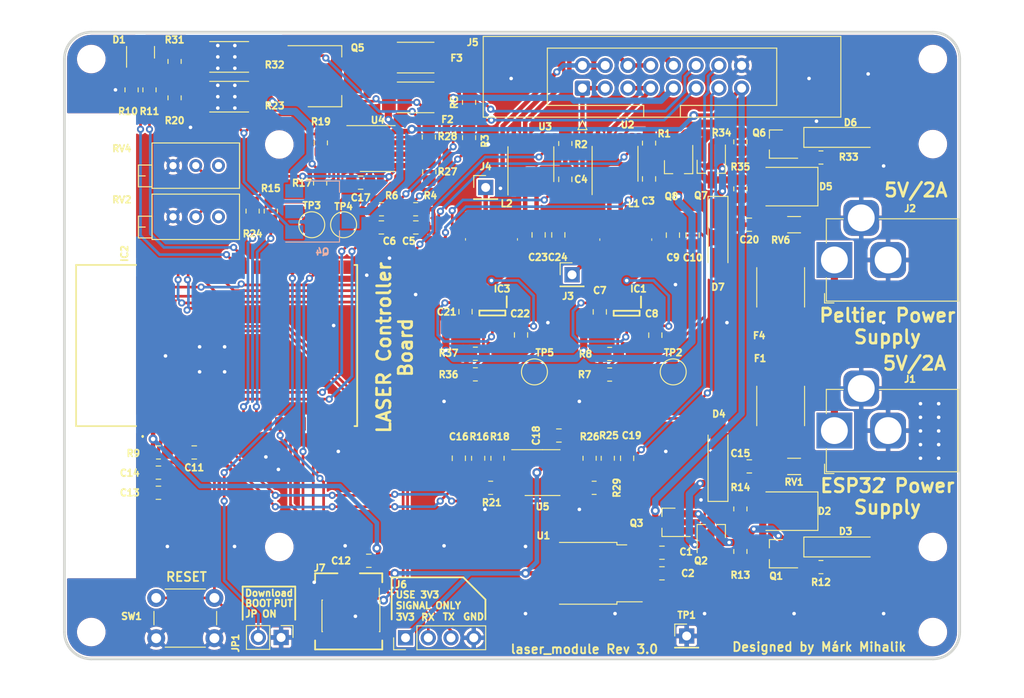
<source format=kicad_pcb>
(kicad_pcb (version 20221018) (generator pcbnew)
  (title_block (title "Laser controller board PCB") (date "2023-03-25") (rev "R2.0") (company "Designed by Márk Mihalik"))
  (layers (0 "F.Cu" signal) (31 "B.Cu" signal) (34 "B.Paste" user) (35 "F.Paste" user) (36 "B.SilkS" user "B.Silkscreen") (37 "F.SilkS" user "F.Silkscreen") (38 "B.Mask" user) (39 "F.Mask" user) (44 "Edge.Cuts" user))
  (net 0 "")
  (net 1 "+5V")
  (net 2 "GND")
  (net 3 "+3V3")
  (net 4 "/LASER1_TEMP")
  (net 5 "/Mikrocontroller/ESP32_EN")
  (net 6 "/LASER2_TEMP")
  (net 7 "Net-(IC1-CB)")
  (net 8 "Net-(IC1-SW)")
  (net 9 "/LASER1_GND")
  (net 10 "/MONITORD1")
  (net 11 "/PELTIER1+")
  (net 12 "/MONITORD2")
  (net 13 "/PELTIER1-")
  (net 14 "/LASER2_GND")
  (net 15 "/PELTIER2+")
  (net 16 "/PELTIER2-")
  (net 17 "/Mikrocontroller/SERIAL_RX")
  (net 18 "/Mikrocontroller/SERIAL_TX")
  (net 19 "/Mikrocontroller/ESP32_JTAG_TMS")
  (net 20 "/Mikrocontroller/ESP32_JTAG_TCK")
  (net 21 "/Mikrocontroller/ESP32_JTAG_TDO")
  (net 22 "/Mikrocontroller/ESP32_JTAG_TDI")
  (net 23 "/Mikrocontroller/BOOT")
  (net 24 "Net-(D2-A2)")
  (net 25 "Net-(D5-A2)")
  (net 26 "Net-(IC3-CB)")
  (net 27 "/Mikrocontroller/LED_RED")
  (net 28 "/Mikrocontroller/LED_GREEN")
  (net 29 "/PELT1_FWD")
  (net 30 "/PELT1_REV")
  (net 31 "/LASER1_CNTR")
  (net 32 "/DC-DC Converter 1/Vin")
  (net 33 "/LASER2_CNTR")
  (net 34 "Net-(IC3-SW)")
  (net 35 "Net-(D1-A1)")
  (net 36 "Net-(D1-A2)")
  (net 37 "Net-(D3-K)")
  (net 38 "Net-(D3-A)")
  (net 39 "/PELT2_FWD")
  (net 40 "/PELT2_REV")
  (net 41 "Net-(D4-K)")
  (net 42 "/Vpelt1")
  (net 43 "Net-(D6-K)")
  (net 44 "/Vpelt2")
  (net 45 "Net-(D6-A)")
  (net 46 "Net-(D7-K)")
  (net 47 "/LASER1_MD_MEAS")
  (net 48 "/LASER2_MD_MEAS")
  (net 57 "/Power Supply Protection 1/PWR_IN")
  (net 58 "/Power Supply Protection 2/PWR_IN")
  (net 65 "Net-(U2-VREF)")
  (net 66 "Net-(U3-VREF)")
  (net 67 "Net-(U4A--)")
  (net 68 "Net-(IC1-FB)")
  (net 69 "Net-(U4B--)")
  (net 70 "Net-(U4A-+)")
  (net 71 "Net-(U4B-+)")
  (net 72 "Net-(IC3-FB)")
  (net 74 "Net-(F2-Pad2)")
  (net 75 "/LASER1_TEMP_uC")
  (net 76 "/LASER2_TEMP_uC")
  (net 77 "Net-(F3-Pad2)")
  (net 79 "Net-(Q2-D)")
  (net 80 "Net-(Q4-G)")
  (net 82 "Net-(Q4-S)")
  (net 83 "Net-(Q5-G)")
  (net 85 "Net-(Q5-S)")
  (net 86 "Net-(Q7-D)")
  (net 87 "Net-(R16-Pad2)")
  (net 88 "Net-(R19-Pad2)")
  (net 89 "Net-(U5A-+)")
  (net 90 "Net-(R25-Pad2)")
  (net 91 "Net-(R28-Pad1)")
  (net 92 "Net-(U5B-+)")
  (footprint "Resistor_SMD:R_0805_2012Metric_Pad1.20x1.40mm_HandSolder" (layer "F.Cu") (at 175.228 122.9615 -90)
    (fp_text reference "R13")
    (fp_text value "10k")
  )
  (footprint "Fuse:Fuse_2512_6332Metric_Pad1.52x3.35mm_HandSolder" (layer "F.Cu") (at 138.956 67.799 180)
    (fp_text reference "F3")
    (fp_text value "1A")
  )
  (footprint "Capacitor_SMD:C_0805_2012Metric_Pad1.18x1.45mm_HandSolder" (layer "F.Cu") (at 166.468 123.104)
    (fp_text reference "C1")
    (fp_text value "10u")
  )
  (footprint "Diode_SMD:D_MiniMELF_Handsoldering" (layer "F.Cu") (at 186.978 122.4615)
    (fp_text reference "D3")
    (fp_text value "3V")
  )
  (footprint "MountingHole:MountingHole_2.7mm_M2.5" (layer "F.Cu") (at 123.728 77.504)
    (fp_text reference "REF**" hide)
    (fp_text value "MountingHole_2.7mm_M2.5")
  )
  (footprint "Resistor_SMD:R_0805_2012Metric_Pad1.20x1.40mm_HandSolder" (layer "F.Cu") (at 145.941 112.552 90)
    (fp_text reference "R16")
    (fp_text value "10k")
  )
  (footprint "Fuse:Fuse_2512_6332Metric_Pad1.52x3.35mm_HandSolder" (layer "F.Cu") (at 138.956 72.244 180)
    (fp_text reference "F2")
    (fp_text value "500mA")
  )
  (footprint "Package_TO_SOT_SMD:SOT-23" (layer "F.Cu") (at 108.228 67.204 90)
    (fp_text reference "D1")
    (fp_text value "LED_Dual_AAK")
  )
  (footprint "Diode_SMD:D_SMB" (layer "F.Cu") (at 180.228 82.2115 180)
    (fp_text reference "D5")
    (fp_text value "35V")
  )
  (footprint "Resistor_SMD:R_0805_2012Metric_Pad1.20x1.40mm_HandSolder" (layer "F.Cu") (at 175.228 82.4615 -90)
    (fp_text reference "R35")
    (fp_text value "10k")
  )
  (footprint "Capacitor_SMD:C_0805_2012Metric_Pad1.18x1.45mm_HandSolder" (layer "F.Cu") (at 155.673 81.3965 -90)
    (fp_text reference "C4")
    (fp_text value "100n")
  )
  (footprint "Package_TO_SOT_SMD:SOT-23_Handsoldering" (layer "F.Cu") (at 179.228 77.4615 180)
    (fp_text reference "Q6")
    (fp_text value "Si2333DDS")
  )
  (footprint "Resistor_SMD:R_0805_2012Metric_Pad1.20x1.40mm_HandSolder" (layer "F.Cu") (at 145.628 103.179 180)
    (fp_text reference "R36")
    (fp_text value "100k")
  )
  (footprint "Connector_PinHeader_2.54mm:PinHeader_1x02_P2.54mm_Vertical" (layer "F.Cu") (at 123.928 132.569 -90)
    (fp_text reference "JP1")
    (fp_text value locked "Jumper_2_Open")
  )
  (footprint "Resistor_SMD:R_1206_3216Metric_Pad1.30x1.75mm_HandSolder" (layer "F.Cu") (at 181.228 86.4615)
    (fp_text reference "RV6")
    (fp_text value "30V")
  )
  (footprint "Capacitor_SMD:C_0805_2012Metric_Pad1.18x1.45mm_HandSolder" (layer "F.Cu") (at 154.893 87.604 -90)
    (fp_text reference "C24")
    (fp_text value "10u")
  )
  (footprint "Resistor_SMD:R_0805_2012Metric_Pad1.20x1.40mm_HandSolder" (layer "F.Cu") (at 110.228 111.904 180)
    (fp_text reference "R9")
    (fp_text value "10k")
  )
  (footprint "Capacitor_SMD:C_0805_2012Metric_Pad1.18x1.45mm_HandSolder" (layer "F.Cu") (at 159.528 96.204 -90)
    (fp_text reference "C7")
    (fp_text value "2.2u")
  )
  (footprint "Package_TO_SOT_SMD:SOT-23_Handsoldering" (layer "F.Cu") (at 167.228 119.7115 180)
    (fp_text reference "Q3")
    (fp_text value "Si2333DDS")
  )
  (footprint "Fuse:Fuse_2920_7451Metric_Pad2.10x5.45mm_HandSolder" (layer "F.Cu") (at 179.728 106.7115 -90)
    (fp_text reference "F1")
    (fp_text value "3A/5A")
  )
  (footprint "Resistor_SMD:R_0805_2012Metric_Pad1.20x1.40mm_HandSolder" (layer "F.Cu") (at 184.228 124.7115)
    (fp_text reference "R12")
    (fp_text value "10k")
  )
  (footprint "Capacitor_SMD:C_0805_2012Metric_Pad1.18x1.45mm_HandSolder" (layer "F.Cu") (at 176.228 113.4615 180)
    (fp_text reference "C15")
    (fp_text value "100n")
  )
  (footprint "Diode_SMD:D_MiniMELF_Handsoldering" (layer "F.Cu") (at 172.728 87.9615 -90)
    (fp_text reference "D7")
    (fp_text value "5V6")
  )
  (footprint "Resistor_SMD:R_0805_2012Metric_Pad1.20x1.40mm_HandSolder" (layer "F.Cu") (at 158.895 115.854)
    (fp_text reference "R29")
    (fp_text value "10k")
  )
  (footprint "TestPoint:TestPoint_Pad_D2.5mm" (layer "F.Cu") (at 130.908 86.468)
    (fp_text reference "TP4")
    (fp_text value "TestPoint")
  )
  (footprint "Resistor_SMD:R_0805_2012Metric_Pad1.20x1.40mm_HandSolder" (layer "F.Cu") (at 175.228 118.2115 90)
    (fp_text reference "R14")
    (fp_text value "10k")
  )
  (footprint "Capacitor_SMD:C_0805_2012Metric_Pad1.18x1.45mm_HandSolder" (layer "F.Cu") (at 152.693 87.604 -90)
    (fp_text reference "C23")
    (fp_text value "10u")
  )
  (footprint "Diode_SMD:D_SMB" (layer "F.Cu") (at 180.228 118.4615 180)
    (fp_text reference "D2")
    (fp_text value "35V")
  )
  (footprint "Diode_SMD:D_MiniMELF_Handsoldering" (layer "F.Cu") (at 172.728 112.7115 90)
    (fp_text reference "D4")
    (fp_text value "5V6")
  )
  (footprint "Resistor_SMD:R_2512_6332Metric_Pad1.40x3.35mm_HandSolder" (layer "F.Cu") (at 118.128 67.721)
    (fp_text reference "R32")
    (fp_text value "1")
  )
  (footprint "LMR51420DCDC:SOT95P280X110-6N" (layer "F.Cu") (at 147.528 96.329 -90)
    (fp_text reference "IC3")
    (fp_text value "LMR51420YFDDCR" hide)
  )
  (footprint "ESP32-WROVER-IE:ESP32WROVERIE" (layer "F.Cu") (at 116.728 99.9615 90)
    (fp_text reference "IC2")
    (fp_text value "ESP32-WROVER-IE" hide)
  )
  (footprint "Connector_PinHeader_1.27mm:PinHeader_2x05_P1.27mm_Vertical_SMD" (layer "F.Cu") (at 131.728 130.154 -90)
    (fp_text reference "J7")
    (fp_text value "Conn_ARM_JTAG_SWD_10")
  )
  (footprint "Resistor_SMD:R_0805_2012Metric_Pad1.20x1.40mm_HandSolder" (layer "F.Cu") (at 120.748 84.944 -90)
    (fp_text reference "R24")
    (fp_text value "3k")
  )
  (footprint "Resistor_SMD:R_0805_2012Metric_Pad1.20x1.40mm_HandSolder" (layer "F.Cu") (at 109.228 71.404 -90)
    (fp_text reference "R11")
    (fp_text value "56")
  )
  (footprint "Capacitor_SMD:C_0805_2012Metric_Pad1.18x1.45mm_HandSolder" (layer "F.Cu") (at 169.893 87.629 -90)
    (fp_text reference "C10")
    (fp_text value "10u")
  )
  (footprint "TestPoint:TestPoint_Pad_D2.5mm" (layer "F.Cu") (at 127.352 86.468)
    (fp_text reference "TP3")
    (fp_text value "TestPoint")
  )
  (footprint "Capacitor_SMD:C_0805_2012Metric_Pad1.18x1.45mm_HandSolder" (layer "F.Cu") (at 110.228 116.404)
    (fp_text reference "C13")
    (fp_text value "22u")
  )
  (footprint "MountingHole:MountingHole_2.7mm_M2.5" (layer "F.Cu") (at 123.728 122.4615)
    (fp_text reference "REF**" hide)
    (fp_text value "MountingHole_2.7mm_M2.5")
  )
  (footprint "Capacitor_SMD:C_0805_2012Metric_Pad1.18x1.45mm_HandSolder" (layer "F.Cu") (at 167.693 87.629 -90)
    (fp_text reference "C9")
    (fp_text value "10u")
  )
  (footprint "TestPoint:TestPoint_Pad_D2.5mm" (layer "F.Cu") (at 152.228 102.904)
    (fp_text reference "TP5")
    (fp_text value "TestPoint")
  )
  (footprint "Connector_PinHeader_2.54mm:PinHeader_1x01_P2.54mm_Vertical" (layer "F.Cu") (at 156.428 92.054)
    (fp_text reference "J3")
    (fp_text value "Conn_01x01_Pin")
  )
  (footprint "Resistor_SMD:R_1206_3216Metric_Pad1.30x1.75mm_HandSolder" (layer "F.Cu") (at 181.228 113.4615)
    (fp_text reference "RV1")
    (fp_text value "30V")
  )
  (footprint "PCD0504VIKINGINDUCTOR:PCD0504" (layer "F.Cu") (at 162.428 88.129 180)
    (fp_text reference "L1")
    (fp_text value "PCD0504" hide)
  )
  (footprint "PCD0504VIKINGINDUCTOR:PCD0504" (layer "F.Cu") (at 147.428 88.104 180)
    (fp_text reference "L2")
    (fp_text value "PCD0504" hide)
  )
  (footprint "Resistor_SMD:R_0805_2012Metric_Pad1.20x1.40mm_HandSolder" (layer "F.Cu") (at 122.78 84.944 -90)
    (fp_text reference "R15")
    (fp_text value "3k")
  )
  (footprint "Connector_BarrelJack:BarrelJack_Horizontal" (layer "F.Cu") (at 185.728 90.404 180)
    (fp_text reference "J2")
    (fp_text value "Barrel_Jack_Switch_Pin3Ring")
  )
  (footprint "Package_TO_SOT_SMD:SOT-23_Handsoldering" (layer "F.Cu") (at 171.978 79.9615 -90)
    (fp_text reference "Q7")
    (fp_text value "Si2307CDS")
  )
  (footprint "Connector_BarrelJack:BarrelJack_Horizontal" (layer "F.Cu") (at 185.728 109.4615 180)
    (fp_text reference "J1")
    (fp_text value "Barrel_Jack_Switch_Pin3Ring")
  )
  (footprint "Fuse:Fuse_2920_7451Metric_Pad2.10x5.45mm_HandSolder" (layer "F.Cu") (at 179.728 93.4615 90)
    (fp_text reference "F4")
    (fp_text value "3A/5A")
  )
  (footprint "Capacitor_SMD:C_0805_2012Metric_Pad1.18x1.45mm_HandSolder" (layer "F.Cu") (at 162.578 112.552 90)
    (fp_text reference "C19")
    (fp_text value "100n")
  )
  (footprint "Capacitor_SMD:C_0805_2012Metric_Pad1.18x1.45mm_HandSolder" (layer "F.Cu") (at 176.228 86.4615 180)
    (fp_text reference "C20")
    (fp_text value "100n")
  )
  (footprint "Capacitor_SMD:C_0805_2012Metric_Pad1.18x1.45mm_HandSolder" (layer "F.Cu") (at 138.9775 86.771)
    (fp_text reference "C5")
    (fp_text value "100n")
  )
  (footprint "Resistor_SMD:R_0805_2012Metric_Pad1.20x1.40mm_HandSolder" (layer "F.Cu") (at 128.368 77.324 -90)
    (fp_text reference "R19")
    (fp_text value "68")
  )
  (footprint "Resistor_SMD:R_0805_2012Metric_Pad1.20x1.40mm_HandSolder" (layer "F.Cu") (at 112.032 68.229 90)
    (fp_text reference "R31")
    (fp_text value "10k")
  )
  (footprint "Resistor_SMD:R_0805_2012Metric_Pad1.20x1.40mm_HandSolder" (layer "F.Cu") (at 148.1 112.552 -90)
    (fp_text reference "R18")
    (fp_text value "15k")
  )
  (footprint "Capacitor_SMD:C_0805_2012Metric_Pad1.18x1.45mm_HandSolder" (layer "F.Cu") (at 133.728 124.004 180)
    (fp_text reference "C12")
    (fp_text value "100n")
  )
  (footprint "Resistor_SMD:R_0805_2012Metric_Pad1.20x1.40mm_HandSolder" (layer "F.Cu") (at 135.146 84.739)
    (fp_text reference "R6")
    (fp_text value "5k")
  )
  (footprint "Potentiometer_THT:Potentiometer_Bourns_3296X_Horizontal" (layer "F.Cu") (at 116.938 85.579)
    (fp_text reference "RV2")
    (fp_text value "1k")
  )
  (footprint "MountingHole:MountingHole_2.7mm_M2.5" (layer "F.Cu") (at 102.728 131.9615)
    (fp_text reference "REF**" hide)
    (fp_text value "MountingHole_2.7mm_M2.5")
  )
  (footprint "Resistor_SMD:R_0805_2012Metric_Pad1.20x1.40mm_HandSolder" (layer "F.Cu") (at 160.628 100.904 180)
    (fp_text reference "R8")
    (fp_text value "25k")
  )
  (footprint "MountingHole:MountingHole_2.7mm_M2.5" (layer "F.Cu") (at 196.728 131.9615)
    (fp_text reference "REF**" hide)
    (fp_text value "MountingHole_2.7mm_M2.5")
  )
  (footprint "Package_TO_SOT_SMD:SOT-223" (layer "F.Cu") (at 128.796 69.88)
    (fp_text reference "Q5")
    (fp_text value "TSM900")
  )
  (footprint "Diode_SMD:D_MiniMELF_Handsoldering" (layer "F.Cu") (at 186.978 76.7115)
    (fp_text reference "D6")
    (fp_text value "3V")
  )
  (footprint "Capacitor_SMD:C_0805_2012Metric_Pad1.18x1.45mm_HandSolder" (layer "F.Cu") (at 165.728 98.804 90)
    (fp_text reference "C8")
    (fp_text value "100n")
  )
  (footprint "Capacitor_SMD:C_0805_2012Metric_Pad1.18x1.45mm_HandSolder" (layer "F.Cu") (at 114.228 111.904 180)
    (fp_text reference "C11")
    (fp_text value "100n")
  )
  (footprint "Package_TO_SOT_SMD:SOT-23_Handsoldering" (layer "F.Cu") (at 168.328 80.004 -90)
    (fp_text reference "Q8")
    (fp_text value "Si2333DDS")
  )
  (footprint "Resistor_SMD:R_2512_6332Metric_Pad1.40x3.35mm_HandSolder" (layer "F.Cu") (at 118.128 72.166)
    (fp_text reference "R23")
    (fp_text value "1")
  )
  (footprint "Resistor_SMD:R_0805_2012Metric_Pad1.20x1.40mm_HandSolder" (layer "F.Cu") (at 165.028 77.3515 90)
    (fp_text reference "R1")
    (fp_text value "10k")
  )
  (footprint "Resistor_SMD:R_0805_2012Metric_Pad1.20x1.40mm_HandSolder" (layer "F.Cu") (at 140.48 80.548 90)
    (fp_text reference "R27")
    (fp_text value "1k")
  )
  (footprint "MountingHole:MountingHole_2.7mm_M2.5" (layer "F.Cu") (at 196.728 122.4615)
    (fp_text reference "REF**" hide)
    (fp_text value "MountingHole_2.7mm_M2.5")
  )
  (footprint "Connector_PinHeader_2.54mm:PinHeader_1x04_P2.54mm_Vertical" (layer "F.Cu") (at 137.828 132.604 90)
    (fp_text reference "J6")
    (fp_text value "Conn_01x04_Pin")
  )
  (footprint "MountingHole:MountingHole_2.7mm_M2.5" (layer "F.Cu") (at 196.728 67.9615)
    (fp_text reference "REF**" hide)
    (fp_text value "MountingHole_2.7mm_M2.5")
  )
  (footprint "Capacitor_SMD:C_0805_2012Metric_Pad1.18x1.45mm_HandSolder" (layer "F.Cu") (at 144.528 96.179 -90)
    (fp_text reference "C21")
    (fp_text value "2.2u")
  )
  (footprint "Resistor_SMD:R_0805_2012Metric_Pad1.20x1.40mm_HandSolder" (layer "F.Cu") (at 160.419 112.552 90)
    (fp_text reference "R25")
    (fp_text value "10k")
  )
  (footprint "MountingHole:MountingHole_2.7mm_M2.5" (layer "F.Cu") (at 102.728 67.9615)
    (fp_text reference "REF**" hide)
    (fp_text value "MountingHole_2.7mm_M2.5")
  )
  (footprint "Resistor_SMD:R_0805_2012Metric_Pad1.20x1.40mm_HandSolder" (layer "F.Cu") (at 128.288 81.818 -90)
    (fp_text reference "R17")
    (fp_text value "1k")
  )
  (footprint "Resistor_SMD:R_0805_2012Metric_Pad1.20x1.40mm_HandSolder" (layer "F.Cu") (at 184.228 78.9615)
    (fp_text reference "R33")
    (fp_text value "10k")
  )
  (footprint "Resistor_SMD:R_0805_2012Metric_Pad1.20x1.40mm_HandSolder" (layer "F.Cu") (at 140.433 76.689 90)
    (fp_text reference "R28")
    (fp_text value "68")
  )
  (footprint "Capacitor_SMD:C_0805_2012Metric_Pad1.18x1.45mm_HandSolder" (layer "F.Cu") (at 143.782 112.552 90)
    (fp_text reference "C16")
    (fp_text value "100n")
  )
  (footprint "Button_Switch_THT:SW_PUSH_6mm_H7.3mm" (layer "F.Cu") (at 116.478 132.654 180)
    (fp_text reference "SW1")
    (fp_text value "SW_Push")
  )
  (footprint "Resistor_SMD:R_0805_2012Metric_Pad1.20x1.40mm_HandSolder" (layer "F.Cu") (at 160.628 103.204 180)
    (fp_text reference "R7")
    (fp_text value "100k")
  )
  (footprint "Capacitor_SMD:C_0805_2012Metric_Pad1.18x1.45mm_HandSolder" (layer "F.Cu") (at 154.958 110.012 180)
    (fp_text reference "C18")
    (fp_text value "100n")
  )
  (footprint "Capacitor_SMD:C_0805_2012Metric_Pad1.18x1.45mm_HandSolder" (layer "F.Cu") (at 166.468 125.404)
    (fp_text reference "C2")
    (fp_text value "10u")
  )
  (footprint "Resistor_SMD:R_0805_2012Metric_Pad1.20x1.40mm_HandSolder" (layer "F.Cu") (at 138.956 84.739 180)
    (fp_text reference "R4")
    (fp_text value "5k")
  )
  (footprint "MountingHole:MountingHole_2.7mm_M2.5" (layer "F.Cu") (at 196.728 77.4615)
    (fp_text reference "REF**" hide)
    (fp_text value "MountingHole_2.7mm_M2.5")
  )
  (footprint "Package_TO_SOT_SMD:SOT-23_Handsoldering" (layer "F.Cu") (at 171.978 120.7115 90)
    (fp_text reference "Q2")
    (fp_text value "Si2307CDS")
  )
  (footprint "Capacitor_SMD:C_0805_2012Metric_Pad1.18x1.45mm_HandSolder" (layer "F.Cu") (at 132.813 81.769 180)
    (fp_text reference "C17")
    (fp_text value "100n")
  )
  (footprint "Resistor_SMD:R_0805_2012Metric_Pad1.20x1.40mm_HandSolder" (layer "F.Cu") (at 155.673 77.3965 90)
    (fp_text reference "R2")
    (fp_text value "10k")
  )
  (footprint "Package_SO:SOIC-8_3.9x4.9mm_P1.27mm" (layer "F.Cu") (at 161.228 79.659 90)
    (fp_text reference "U2")
    (fp_text value "ZXBM5210-S")
  )
  (footprint "Package_SO:SOIC-8_3.9x4.9mm_P1.27mm" (layer "F.Cu") (at 134.718 77.959)
    (fp_text reference "U4")
    (fp_text value "LM358")
  )
  (footprint "Package_TO_SOT_SMD:SOT-23_Handsoldering" (layer "F.Cu") (at 179.228 123.2115 180)
    (fp_text reference "Q1")
    (fp_text value "Si2333DDS")
  )
  (footprint "TestPoint:TestPoint_Pad_D2.5mm" (layer "F.Cu") (at 167.728 102.904)
    (fp_text reference "TP2")
    (fp_text value "TestPoint")
  )
  (footprint "Resistor_SMD:R_0805_2012Metric_Pad1.20x1.40mm_HandSolder" (layer "F.Cu") (at 144.925 76.738 90)
    (fp_text reference "R3")
    (fp_text value "5k")
  )
  (footprint "Potentiometer_THT:Potentiometer_Bourns_3296X_Horizontal" (layer "F.Cu") (at 116.938 79.864)
    (fp_text reference "RV4")
    (fp_text value "1k")
  )
  (footprint "Resistor_SMD:R_0805_2012Metric_Pad1.20x1.40mm_HandSolder" (layer "F.Cu") (at 145.628 100.879 180)
    (fp_text reference "R37")
    (fp_text value "25k")
  )
  (footprint "Resistor_SMD:R_0805_2012Metric_Pad1.20x1.40mm_HandSolder" (layer "F.Cu") (at 158.387 112.552 -90)
    (fp_text reference "R26")
    (fp_text value "15k")
  )
  (footprint "Resistor_SMD:R_0805_2012Metric_Pad1.20x1.40mm_HandSolder" (layer "F.Cu") (at 175.228 77.2115 -90)
    (fp_text reference "R34")
    (fp_text value "10k")
  )
  (footprint "Connector_PinHeader_2.54mm:PinHeader_1x01_P2.54mm_Vertical" (layer "F.Cu") (at 146.778 82.304)
    (fp_text reference "J4")
    (fp_text value "Conn_01x01_Pin")
  )
  (footprint "Capacitor_SMD:C_0805_2012Metric_Pad1.18x1.45mm_HandSolder" (layer "F.Cu") (at 150.728 98.779 90)
    (fp_text reference "C22")
    (fp_text value "100n")
  )
  (footprint "Capacitor_SMD:C_0805_2012Metric_Pad1.18x1.45mm_HandSolder" (layer "F.Cu") (at 110.228 114.154)
    (fp_text reference "C14")
    (fp_text value "100n")
  )
  (footprint "Package_TO_SOT_SMD:TO-252-3_TabPin2" (layer "F.Cu") (at 158.128 125.404 180)
    (fp_text reference "U1")
    (fp_text value "IFX27001TFV33")
  )
  (footprint "Package_SO:SOIC-8_3.9x4.9mm_P1.27mm" (layer "F.Cu") (at 151.828 79.704 90)
    (fp_text reference "U3")
    (fp_text value "ZXBM5210-S")
  )
  (footprint "Capacitor_SMD:C_0805_2012Metric_Pad1.18x1.45mm_HandSolder" (layer "F.Cu") (at 165.028 81.3515 -90)
    (fp_text reference "C3")
    (fp_text value "100n")
  )
  (footprint "Connector_PinHeader_2.54mm:PinHeader_1x01_P2.54mm_Vertical" (layer "F.Cu") (at 169.228 132.404)
    (fp_text reference "TP1")
    (fp_text value "TP_GND")
  )
  (footprint "Package_SO:SOIC-8_3.9x4.9mm_P1.27mm" (layer "F.Cu") (at 153.133 114.154)
    (fp_text reference "U5")
    (fp_text value "LM358")
  )
  (footprint "Connector_IDC:IDC-Header_2x08_P2.54mm_Latch_Vertical" (layer "F.Cu") (at 157.588 71.214 90)
    (fp_text reference "J5")
    (fp_text value "Conn_02x08_Odd_Even")
  )
  (footprint "Resistor_SMD:R_0805_2012Metric_Pad1.20x1.40mm_HandSolder" (layer "F.Cu") (at 107.228 71.404 -90)
    (fp_text reference "R10")
    (fp_text value "68")
  )
  (footprint "Resistor_SMD:R_0805_2012Metric_Pad1.20x1.40mm_HandSolder" (layer "F.Cu") (at 144.925 72.801 90)
    (fp_text reference "R5")
    (fp_text value "5k")
  )
  (footprint "Resistor_SMD:R_0805_2012Metric_Pad1.20x1.40mm_HandSolder" (layer "F.Cu") (at 147.338 115.854 180)
    (fp_text reference "R21")
    (fp_text value "10k")
  )
  (footprint "Capacitor_SMD:C_0805_2012Metric_Pad1.18x1.45mm_HandSolder" (layer "F.Cu") (at 135.1245 86.771 180)
    (fp_text reference "C6")
    (fp_text value "100n")
  )
  (footprint "Resistor_SMD:R_0805_2012Metric_Pad1.20x1.40mm_HandSolder" (layer "F.Cu") (at 112.032 72.293 -90)
    (fp_text reference "R20")
    (fp_text value "10k")
  )
  (footprint "LMR51420DCDC:SOT95P280X110-6N" (layer "F.Cu") (at 162.528 96.354 -90)
    (fp_text reference "IC1")
    (fp_text value "LMR51420YFDDCR" hide)
  )
  (footprint "Package_TO_SOT_SMD:SOT-223" (layer "B.Cu") (at 128.542 84.993)
    (fp_text reference "Q4")
    (fp_text value "TSM900")
  )
  (gr_line (start 125.508 126.884) (end 125.508 130.584) (stroke (width 0.2)) (layer "F.SilkS"))
  (gr_line (start 119.633 126.884) (end 125.508 126.884) (stroke (width 0.2)) (layer "F.SilkS"))
  (gr_line (start 135.228 133.904) (end 127.728 133.904) (stroke (width 0.2)) (layer "F.SilkS"))
  (gr_line (start 136.278 125.854) (end 144.278 125.854) (stroke (width 0.2)) (layer "F.SilkS"))
  (gr_line (start 135.228 133.904) (end 135.228 132.904) (stroke (width 0.2)) (layer "F.SilkS"))
  (gr_line (start 130.228 125.404) (end 127.728 125.404) (stroke (width 0.2)) (layer "F.SilkS"))
  (gr_line (start 119.633 130.584) (end 119.633 126.884) (stroke (width 0.2)) (layer "F.SilkS"))
  (gr_line (start 127.728 126.404) (end 127.728 125.404) (stroke (width 0.2)) (layer "F.SilkS"))
  (gr_line (start 135.228 125.404) (end 132.728 125.404) (stroke (width 0.2)) (layer "F.SilkS"))
  (gr_line (start 136.278 125.854) (end 136.278 130.554) (stroke (width 0.2)) (layer "F.SilkS"))
  (gr_line (start 135.228 126.404) (end 135.228 125.404) (stroke (width 0.2)) (layer "F.SilkS"))
  (gr_line (start 144.278 125.854) (end 146.753 128.329) (stroke (width 0.2)) (layer "F.SilkS"))
  (gr_line (start 146.753 128.354) (end 146.753 130.554) (stroke (width 0.2)) (layer "F.SilkS"))
  (gr_line (start 127.728 133.904) (end 127.728 132.904) (stroke (width 0.2)) (layer "F.SilkS"))
  (gr_arc (start 199.728 131.9615) (mid 198.84932 134.08282) (end 196.728 134.9615) (stroke (width 0.3)) (layer "Edge.Cuts"))
  (gr_arc (start 99.728 67.9615) (mid 100.60668 65.84018) (end 102.728 64.9615) (stroke (width 0.3)) (layer "Edge.Cuts"))
  (gr_line (start 102.728 134.9615) (end 196.728 134.9615) (stroke (width 0.3)) (layer "Edge.Cuts"))
  (gr_line (start 102.728 64.9615) (end 196.728 64.9615) (stroke (width 0.3)) (layer "Edge.Cuts"))
  (gr_line (start 199.728 67.9615) (end 199.728 131.9615) (stroke (width 0.3)) (layer "Edge.Cuts"))
  (gr_arc (start 196.728 64.9615) (mid 198.84932 65.84018) (end 199.728 67.9615) (stroke (width 0.3)) (layer "Edge.Cuts"))
  (gr_arc (start 102.728 134.9615) (mid 100.60668 134.08282) (end 99.728 131.9615) (stroke (width 0.3)) (layer "Edge.Cuts"))
  (gr_line (start 99.728 67.9615) (end 99.728 131.9615) (stroke (width 0.3)) (layer "Edge.Cuts"))
  (gr_text "5V/2A" (at 194.678 101.954) (layer "F.SilkS") (effects (font (size 1.5 1.5) (thickness 0.3))))
  (gr_text "Download" (at 122.583 127.609) (layer "F.SilkS") (effects (font (size 0.75 0.75) (thickness 0.2))))
  (gr_text "laser_module Rev 3.0" (at 157.803 133.879) (layer "F.SilkS") (effects (font (size 1 1) (thickness 0.2))))
  (gr_text "5V/2A" (at 194.828 82.604) (layer "F.SilkS") (effects (font (size 1.5 1.5) (thickness 0.3))))
  (gr_text "BOOT" (at 121.383 128.759) (layer "F.SilkS") (effects (font (size 0.75 0.75) (thickness 0.2))))
  (gr_text "RESET" (at 113.353 125.804) (layer "F.SilkS") (effects (font (size 1 1) (thickness 0.2))))
  (gr_text "Designed by Márk Mihalik" (at 184.028 133.629) (layer "F.SilkS") (effects (font (size 1 1) (thickness 0.2))))
  (gr_text "3V3\n" (at 137.803 130.279) (layer "F.SilkS") (effects (font (size 0.75 0.75) (thickness 0.2))))
  (gr_text "Peltier Power\nSupply" (at 191.653 97.804) (layer "F.SilkS") (effects (font (size 1.5 1.5) (thickness 0.3))))
  (gr_text "TX" (at 142.653 130.254) (layer "F.SilkS") (effects (font (size 0.75 0.75) (thickness 0.2))))
  (gr_text "LASER Controller\nBoard" (at 136.623 100.184 90) (layer "F.SilkS") (effects (font (size 1.5 1.5) (thickness 0.3))))
  (gr_text "PUT" (at 124.158 128.759) (layer "F.SilkS") (effects (font (size 0.75 0.75) (thickness 0.2))))
  (gr_text "ESP32 Power\nSupply" (at 191.653 116.829) (layer "F.SilkS") (effects (font (size 1.5 1.5) (thickness 0.3))))
  (gr_text "JP ON" (at 121.683 129.934) (layer "F.SilkS") (effects (font (size 0.75 0.75) (thickness 0.2))))
  (gr_text "USE 3V3 \nSIGNAL ONLY" (at 136.628 128.404) (layer "F.SilkS") (effects (font (size 0.75 0.75) (thickness 0.2)) (justify left)))
  (gr_text "GND\n" (at 145.428 130.254) (layer "F.SilkS") (effects (font (size 0.75 0.75) (thickness 0.2))))
  (gr_text "RX" (at 140.328 130.304) (layer "F.SilkS") (effects (font (size 0.75 0.75) (thickness 0.2))))
  (segment (start 170.024 74.276) (end 172.306 74.276) (width 0.5) (layer "F.Cu") (net 1))
  (segment (start 162.328 123.124) (end 162.353 123.099) (width 0.7) (layer "F.Cu") (net 1))
  (segment (start 172.306 74.276) (end 175.368 71.214) (width 0.5) (layer "F.Cu") (net 1))
  (segment (start 165.2905 123.104) (end 162.348 123.104) (width 0.7) (layer "F.Cu") (net 1))
  (segment (start 138.274 76.054) (end 138.528 75.8) (width 0.5) (layer "F.Cu") (net 1))
  (segment (start 165.728 119.7115) (end 165.728 118.404) (width 0.7) (layer "F.Cu") (net 1))
  (segment (start 133.8505 78.767418) (end 136.563918 76.054) (width 0.5) (layer "F.Cu") (net 1))
  (segment (start 133.8505 81.769) (end 133.8505 78.767418) (width 0.5) (layer "F.Cu") (net 1))
  (segment (start 165.2905 123.104) (end 165.2905 120.149) (width 0.7) (layer "F.Cu") (net 1))
  (segment (start 165.2905 120.149) (end 165.728 119.7115) (width 0.7) (layer "F.Cu") (net 1))
  (segment (start 137.193 76.054) (end 138.274 76.054) (width 0.5) (layer "F.Cu") (net 1))
  (segment (start 136.563918 76.054) (end 137.193 76.054) (width 0.5) (layer "F.Cu") (net 1))
  (segment (start 162.348 123.104) (end 162.328 123.124) (width 0.7) (layer "F.Cu") (net 1))
  (via (at 138.528 75.8) (size 1) (drill 0.5) (layers "F.Cu" "B.Cu") (net 1))
  (via (at 165.728 118.404) (size 1) (drill 0.5) (layers "F.Cu" "B.Cu") (net 1))
  (via (at 170.024 74.276) (size 1) (drill 0.5) (layers "F.Cu" "B.Cu") (net 1))
  (segment (start 165.728 118.404) (end 165.728 117.204) (width 0.7) (layer "B.Cu") (net 1))
  (segment (start 168.5 75.8) (end 170.024 74.276) (width 0.5) (layer "B.Cu") (net 1))
  (segment (start 138.528 75.8) (end 168.5 75.8) (width 0.5) (layer "B.Cu") (net 1))
  (segment (start 175.368 107.564) (end 175.368 71.214) (width 0.7) (layer "B.Cu") (net 1))
  (segment (start 165.728 117.204) (end 175.368 107.564) (width 0.7) (layer "B.Cu") (net 1))
  (via (at 191.228 129.904) (size 0.8) (drill 0.4) (layers "F.Cu" "B.Cu") (net 2))
  (via (at 197.376 107.98) (size 0.8) (drill 0.4) (layers "F.Cu" "B.Cu") (net 2))
  (via (at 171.228 129.904) (size 0.8) (drill 0.4) (layers "F.Cu" "B.Cu") (net 2))
  (via (at 149.624 70.134) (size 0.8) (drill 0.4) (layers "F.Cu" "B.Cu") (net 2))
  (via (at 157.244 118.267) (size 0.8) (drill 0.4) (layers "F.Cu" "B.Cu") (net 2))
  (via (at 197.376 109.504) (size 0.8) (drill 0.4) (layers "F.Cu" "B.Cu") (net 2))
  (via (at 136.035 90.2) (size 0.8) (drill 0.4) (layers "F.Cu" "B.Cu") (net 2))
  (via (at 195.344 106.456) (size 0.8) (drill 0.4) (layers "F.Cu" "B.Cu") (net 2))
  (via (at 116.858 66.451) (size 0.8) (drill 0.4) (layers "F.Cu" "B.Cu") (net 2))
  (via (at 195.344 107.98) (size 0.8) (drill 0.4) (layers "F.Cu" "B.Cu") (net 2))
  (via (at 142.131 106.202) (size 0.8) (drill 0.4) (layers "F.Cu" "B.Cu") (net 2))
  (via (at 191.228 97.404) (size 0.8) (drill 0.4) (layers "F.Cu" "B.Cu") (net 2))
  (via (at 118.763 68.991) (size 0.8) (drill 0.4) (layers "F.Cu" "B.Cu") (net 2))
  (via (at 116.858 72.166) (size 0.8) (drill 0.4) (layers "F.Cu" "B.Cu") (net 2))
  (via (at 166.896 111.79) (size 0.8) (drill 0.4) (layers "F.Cu" "B.Cu") (net 2))
  (via (at 116.858 68.991) (size 0.8) (drill 0.4) (layers "F.Cu" "B.Cu") (net 2))
  (via (at 118.763 67.721) (size 0.8) (drill 0.4) (layers "F.Cu" "B.Cu") (net 2))
  (via (at 118.728 122.404) (size 0.8) (drill 0.4) (layers "F.Cu" "B.Cu") (net 2))
  (via (at 113.81 75.595) (size 0.8) (drill 0.4) (layers "F.Cu" "B.Cu") (net 2))
  (via (at 191.228 114.904) (size 0.8) (drill 0.4) (layers "F.Cu" "B.Cu") (net 2))
  (via (at 111.016 101.122) (size 0.8) (drill 0.4) (layers "F.Cu" "B.Cu") (net 2))
  (via (at 195.344 109.504) (size 0.8) (drill 0.4) (layers "F.Cu" "B.Cu") (net 2))
  (via (at 117.62 102.9) (size 0.8) (drill 0.4) (layers "F.Cu" "B.Cu") (net 2))
  (via (at 181.228 129.904) (size 0.8) (drill 0.4) (layers "F.Cu" "B.Cu") (net 2))
  (via (at 111.228 122.404) (size 0.8) (drill 0.4) (layers "F.Cu" "B.Cu") (net 2))
  (via (at 118.763 73.436) (size 0.8) (drill 0.4) (layers "F.Cu" "B.Cu") (net 2))
  (via (at 191.228 79.904) (size 0.8) (drill 0.4) (layers "F.Cu" "B.Cu") (net 2))
  (via (at 148.428 82.404) (size 0.8) (drill 0.4) (layers "F.Cu" "B.Cu") (net 2))
  (via (at 195.344 112.552) (size 0.8) (drill 0.4) (layers "F.Cu" "B.Cu") (net 2))
  (via (at 182.898 70.134) (size 0.8) (drill 0.4) (layers "F.Cu" "B.Cu") (net 2))
  (via (at 197.376 106.456) (size 0.8) (drill 0.4) (layers "F.Cu" "B.Cu") (net 2))
  (via (at 129.798 97.724) (size 0.8) (drill 0.4) (layers "F.Cu" "B.Cu") (net 2))
  (via (at 189.502 69.626) (size 0.8) (drill 0.4) (layers "F.Cu" "B.Cu") (net 2))
  (via (at 157.244 106.202) (size 0.8) (drill 0.4) (layers "F.Cu" "B.Cu") (net 2))
  (via (at 130.32 111.79) (size 0.8) (drill 0.4) (layers "F.Cu" "B.Cu") (net 2))
  (via (at 118.763 70.896) (size 0.8) (drill 0.4) (layers "F.Cu" "B.Cu") (net 2))
  (via (at 118.763 66.451) (size 0.8) (drill 0.4) (layers "F.Cu" "B.Cu") (net 2))
  (via (at 138.956 94.264) (size 0.8) (drill 0.4) (layers "F.Cu" "B.Cu") (net 2))
  (via (at 122.228 112.404) (size 0.8) (drill 0.4) (layers "F.Cu" "B.Cu") (net 2))
  (via (at 161.228 129.904) (size 0.8) (drill 0.4) (layers "F.Cu" "B.Cu") (net 2))
  (via (at 183.728 74.904) (size 0.8) (drill 0.4) (layers "F.Cu" "B.Cu") (net 2))
  (via (at 105.428 71.404) (size 0.8) (drill 0.4) (layers "F.Cu" "B.Cu") (net 2))
  (via (at 116.858 73.436) (size 0.8) (drill 0.4) (layers "F.Cu" "B.Cu") (net 2))
  (via (at 195.344 111.028) (size 0.8) (drill 0.4) (layers "F.Cu" "B.Cu") (net 2))
  (via (at 114.826 102.9) (size 0.8) (drill 0.4) (layers "F.Cu" "B.Cu") (net 2))
  (via (at 146.703 118.267) (size 0.8) (drill 0.4) (layers "F.Cu" "B.Cu") (net 2))
  (via (at 116.858 70.896) (size 0.8) (drill 0.4) (layers "F.Cu" "B.Cu") (net 2))
  (via (at 147.084 77.5) (size 0.8) (drill 0.4) (layers "F.Cu" "B.Cu") (net 2))
  (via (at 197.376 112.552) (size 0.8) (drill 0.4) (layers "F.Cu" "B.Cu") (net 2))
  (via (at 131.082 122.331) (size 0.8) (drill 0.4) (layers "F.Cu" "B.Cu") (net 2))
  (via (at 151.228 129.904) (size 0.8) (drill 0.4) (layers "F.Cu" "B.Cu") (net 2))
  (via (at 197.376 111.028) (size 0.8) (drill 0.4) (layers "F.Cu" "B.Cu") (net 2))
  (via (at 142.131 122.331) (size 0.8) (drill 0.4) (layers "F.Cu" "B.Cu") (net 2))
  (via (at 118.763 72.166) (size 0.8) (drill 0.4) (layers "F.Cu" "B.Cu") (net 2))
  (via (at 117.62 100.106) (size 0.8) (drill 0.4) (layers "F.Cu" "B.Cu") (net 2))
  (via (at 170.828 117.204) (size 0.8) (drill 0.4) (layers "F.Cu" "B.Cu") (net 2))
  (via (at 123.628 113.804) (size 0.8) (drill 0.4) (layers "F.Cu" "B.Cu") (net 2))
  (via (at 167.978 93.154) (size 0.8) (drill 0.4) (layers "F.Cu" "B.Cu") (net 2))
  (via (at 173.728 97.404) (size 0.8) (drill 0.4) (layers "F.Cu" "B.Cu") (net 2))
  (via (at 114.826 100.106) (size 0.8) (drill 0.4) (layers "F.Cu" "B.Cu") (net 2))
  (via (at 127.628 126.404) (size 0.8) (drill 0.4) (layers "F.Cu" "B.Cu") (net 2))
  (via (at 151.228 122.404) (size 0.8) (drill 0.4) (layers "F.Cu" "B.Cu") (net 2))
  (via (at 153.728 97.404) (size 0.8) (drill 0.4) (layers "F.Cu" "B.Cu") (net 2))
  (via (at 132.228 130.204) (size 0.8) (drill 0.4) (layers "F.Cu" "B.Cu") (net 2))
  (via (at 133.495 92.105) (size 0.8) (drill 0.4) (layers "F.Cu" "B.Cu") (net 2))
  (via (at 116.858 67.721) (size 0.8) (drill 0.4) (layers "F.Cu" "B.Cu") (net 2))
  (segment (start 109.228 111.904) (end 109.228 116.3665) (width 0.5) (layer "F.Cu") (net 3))
  (segment (start 135.5155 125.404) (end 134.7655 124.654) (width 0.5) (layer "F.Cu") (net 3))
  (segment (start 165.2905 125.404) (end 162.328 125.404) (width 0.5) (layer "F.Cu") (net 3))
  (segment (start 134.7655 122.7415) (end 134.628 122.604) (width 0.5) (layer "F.Cu") (net 3))
  (segment (start 154.403 112.249) (end 155.608 112.249) (width 0.5) (layer "F.Cu") (net 3))
  (segment (start 109.228 116.3665) (end 109.1905 116.404) (width 0.5) (layer "F.Cu") (net 3))
  (segment (start 135.1785 128.204) (end 135.3785 128.404) (width 0.3) (layer "F.Cu") (net 3))
  (segment (start 109.628 110.404) (end 109.628 111.504) (width 0.5) (layer "F.Cu") (net 3))
  (segment (start 152.498 114.154) (end 154.403 112.249) (width 0.5) (layer "F.Cu") (net 3))
  (segment (start 155.9955 110.012) (end 155.9955 111.8615) (width 0.5) (layer "F.Cu") (net 3))
  (segment (start 162.328 125.404) (end 156.028 125.404) (width 0.5) (layer "F.Cu") (net 3))
  (segment (start 109.628 111.504) (end 109.228 111.904) (width 0.5) (layer "F.Cu") (net 3))
  (segment (start 155.9955 111.8615) (end 155.608 112.249) (width 0.5) (layer "F.Cu") (net 3))
  (segment (start 109.628 110.404) (end 109.628 108.8215) (width 0.5) (layer "F.Cu") (net 3))
  (segment (start 156.028 125.404) (end 151.228 125.404) (width 0.5) (layer "F.Cu") (net 3))
  (segment (start 136.628 125.404) (end 135.5155 125.404) (width 0.5) (layer "F.Cu") (net 3))
  (segment (start 134.268 128.204) (end 135.1785 128.204) (width 0.3) (layer "F.Cu") (net 3))
  (segment (start 109.628 108.8215) (end 109.738 108.7115) (width 0.5) (layer "F.Cu") (net 3))
  (segment (start 134.7655 124.654) (end 134.7655 122.7415) (width 0.5) (layer "F.Cu") (net 3))
  (segment (start 156.028 125.404) (end 156.228 125.404) (width 0.5) (layer "F.Cu") (net 3))
  (via (at 151.228 125.404) (size 1) (drill 0.5) (layers "F.Cu" "B.Cu") (net 3))
  (via (at 134.628 122.604) (size 1) (drill 0.5) (layers "F.Cu" "B.Cu") (net 3))
  (via (at 135.3785 128.404) (size 1) (drill 0.5) (layers "F.Cu" "B.Cu") (net 3))
  (via (at 136.628 125.404) (size 1) (drill 0.5) (layers "F.Cu" "B.Cu") (net 3))
  (via (at 109.628 110.404) (size 1) (drill 0.5) (layers "F.Cu" "B.Cu") (net 3))
  (via (at 152.498 114.154) (size 1) (drill 0.5) (layers "F.Cu" "B.Cu") (net 3))
  (segment (start 152.498 114.154) (end 152.498 124.134) (width 0.5) (layer "B.Cu") (net 3))
  (segment (start 145.028 125.404) (end 151.228 125.404) (width 0.5) (layer "B.Cu") (net 3))
  (segment (start 152.498 124.134) (end 151.228 125.404) (width 0.5) (layer "B.Cu") (net 3))
  (segment (start 135.3785 128.404) (end 136.628 127.1545) (width 0.3) (layer "B.Cu") (net 3))
  (segment (start 137.828 132.604) (end 145.028 125.404) (width 0.5) (layer "B.Cu") (net 3))
  (segment (start 114.877511 115.653511) (end 109.628 110.404) (width 0.5) (layer "B.Cu") (net 3))
  (segment (start 134.628 119.779) (end 130.502511 115.653511) (width 0.5) (layer "B.Cu") (net 3))
  (segment (start 134.628 122.604) (end 134.628 119.779) (width 0.5) (layer "B.Cu") (net 3))
  (segment (start 130.502511 115.653511) (end 114.877511 115.653511) (width 0.5) (layer "B.Cu") (net 3))
  (segment (start 145.028 125.404) (end 136.628 125.404) (width 0.5) (layer "B.Cu") (net 3))
  (segment (start 136.628 127.1545) (end 136.628 125.404) (width 0.3) (layer "B.Cu") (net 3))
  (segment (start 145.879 74.784) (end 144.925 75.738) (width 0.3) (layer "F.Cu") (net 4))
  (segment (start 147.418 74.784) (end 145.879 74.784) (width 0.3) (layer "F.Cu") (net 4))
  (via (at 147.418 74.784) (size 0.8) (drill 0.4) (layers "F.Cu" "B.Cu") (net 4))
  (segment (start 147.418 74.784) (end 166.718 74.784) (width 0.3) (layer "B.Cu") (net 4))
  (segment (start 166.718 74.784) (end 170.288 71.214) (width 0.3) (layer "B.Cu") (net 4))
  (segment (start 116.478 128.154) (end 116.478 115.1915) (width 0.3) (layer "F.Cu") (net 5))
  (segment (start 128.383 131.299) (end 119.623 131.299) (width 0.3) (layer "F.Cu") (net 5))
  (segment (start 116.478 128.154) (end 109.978 128.154) (width 0.3) (layer "F.Cu") (net 5))
  (segment (start 111.228 111.904) (end 111.008 111.684) (width 0.3) (layer "F.Cu") (net 5))
  (segment (start 111.008 111.684) (end 111.008 108.7115) (width 0.3) (layer "F.Cu") (net 5))
  (segment (start 129.188 132.104) (end 128.383 131.299) (width 0.3) (layer "F.Cu") (net 5))
  (segment (start 119.623 131.299) (end 116.478 128.154) (width 0.3) (layer "F.Cu") (net 5))
  (segment (start 116.478 115.1915) (end 113.1905 111.904) (width 0.3) (layer "F.Cu") (net 5))
  (segment (start 111.228 111.904) (end 113.1905 111.904) (width 0.3) (layer "F.Cu") (net 5))
  (segment (start 147.338 73.563) (end 145.576 71.801) (width 0.3) (layer "F.Cu") (net 6))
  (segment (start 145.576 71.801) (end 144.544 71.801) (width 0.3) (layer "F.Cu") (net 6))
  (via (at 147.338 73.563) (size 0.8) (drill 0.4) (layers "F.Cu" "B.Cu") (net 6))
  (segment (start 166.873869 73.784497) (end 169.028 71.630366) (width 0.3) (layer "B.Cu") (net 6))
  (segment (start 169.028 69.934) (end 170.288 68.674) (width 0.3) (layer "B.Cu") (net 6))
  (segment (start 147.559497 73.784497) (end 166.873869 73.784497) (width 0.3) (layer "B.Cu") (net 6))
  (segment (start 147.338 73.563) (end 147.559497 73.784497) (width 0.3) (layer "B.Cu") (net 6))
  (segment (start 169.028 71.630366) (end 169.028 69.934) (width 0.3) (layer "B.Cu") (net 6))
  (segment (start 163.478 99.354) (end 163.478 97.604) (width 0.3) (layer "F.Cu") (net 7))
  (segment (start 165.728 99.8415) (end 163.9655 99.8415) (width 0.3) (layer "F.Cu") (net 7))
  (segment (start 163.9655 99.8415) (end 163.478 99.354) (width 0.3) (layer "F.Cu") (net 7))
  (segment (start 162.528 95.104) (end 162.528 90.029) (width 0.3) (layer "F.Cu") (net 8))
  (segment (start 167.1905 97.7665) (end 167.228 97.804) (width 0.3) (layer "F.Cu") (net 8))
  (segment (start 165.728 97.7665) (end 167.1905 97.7665) (width 0.3) (layer "F.Cu") (net 8))
  (via (at 162.528 92.704) (size 0.8) (drill 0.4) (layers "F.Cu" "B.Cu") (net 8))
  (via (at 167.228 97.804) (size 0.8) (drill 0.4) (layers "F.Cu" "B.Cu") (net 8))
  (segment (start 165.828 93.004) (end 165.528 92.704) (width 0.3) (layer "B.Cu") (net 8))
  (segment (start 165.528 92.704) (end 162.528 92.704) (width 0.3) (layer "B.Cu") (net 8))
  (segment (start 167.228 94.404) (end 165.828 93.004) (width 0.3) (layer "B.Cu") (net 8))
  (segment (start 167.228 97.804) (end 167.228 94.404) (width 0.3) (layer "B.Cu") (net 8))
  (segment (start 143.158 72.244) (end 141.9435 72.244) (width 0.7) (layer "F.Cu") (net 9))
  (via (at 143.158 72.244) (size 0.8) (drill 0.4) (layers "F.Cu" "B.Cu") (net 9))
  (segment (start 156.656629 72.614) (end 166.348 72.614) (width 0.7) (layer "B.Cu") (net 9))
  (segment (start 166.348 72.614) (end 167.748 71.214) (width 0.7) (layer "B.Cu") (net 9))
  (segment (start 143.207 72.293) (end 156.335629 72.293) (width 0.7) (layer "B.Cu") (net 9))
  (segment (start 143.158 72.244) (end 143.207 72.293) (width 0.7) (layer "B.Cu") (net 9))
  (segment (start 156.335629 72.293) (end 156.656629 72.614) (width 0.7) (layer "B.Cu") (net 9))
  (segment (start 151.070107 113.519) (end 152.418 112.171107) (width 0.3) (layer "F.Cu") (net 10))
  (segment (start 148.133 113.519) (end 148.1 113.552) (width 0.3) (layer "F.Cu") (net 10))
  (segment (start 153.434 108.107) (end 168.705 108.107) (width 0.3) (layer "F.Cu") (net 10))
  (segment (start 168.705 108.107) (end 171.548 105.264) (width 0.3) (layer "F.Cu") (net 10))
  (segment (start 150.658 113.519) (end 151.070107 113.519) (width 0.3) (layer "F.Cu") (net 10))
  (segment (start 152.418 109.123) (end 153.434 108.107) (width 0.3) (layer "F.Cu") (net 10))
  (segment (start 152.418 112.171107) (end 152.418 109.123) (width 0.3) (layer "F.Cu") (net 10))
  (segment (start 150.658 113.519) (end 148.133 113.519) (width 0.3) (layer "F.Cu") (net 10))
  (via (at 171.548 105.264) (size 0.8) (drill 0.4) (layers "F.Cu" "B.Cu") (net 10))
  (segment (start 171.978 104.834) (end 171.978 72.064) (width 0.3) (layer "B.Cu") (net 10))
  (segment (start 171.548 105.264) (end 171.978 104.834) (width 0.3) (layer "B.Cu") (net 10))
  (segment (start 171.978 72.064) (end 172.828 71.214) (width 0.3) (layer "B.Cu") (net 10))
  (segment (start 159.323 82.134) (end 157.588 80.399) (width 0.5) (layer "F.Cu") (net 11))
  (segment (start 157.588 80.399) (end 157.588 71.214) (width 0.5) (layer "F.Cu") (net 11))
  (segment (start 160.128 71.214) (end 157.588 71.214) (width 0.5) (layer "F.Cu") (net 11))
  (segment (start 157.15 114.789) (end 155.608 114.789) (width 0.3) (layer "F.Cu") (net 12))
  (segment (start 159.437 112.502) (end 158.387 113.552) (width 0.3) (layer "F.Cu") (net 12))
  (segment (start 158.387 113.552) (end 157.15 114.789) (width 0.3) (layer "F.Cu") (net 12))
  (segment (start 163.251528 112.502) (end 159.437 112.502) (width 0.3) (layer "F.Cu") (net 12))
  (segment (start 164.159764 111.593764) (end 163.251528 112.502) (width 0.3) (layer "F.Cu") (net 12))
  (via (at 164.159764 111.593764) (size 0.8) (drill 0.4) (layers "F.Cu" "B.Cu") (net 12))
  (segment (start 171.628 69.874) (end 172.828 68.674) (width 0.3) (layer "B.Cu") (net 12))
  (segment (start 170.798 104.967) (end 170.798 104.953339) (width 0.3) (layer "B.Cu") (net 12))
  (segment (start 164.159764 111.593764) (end 164.171236 111.593764) (width 0.3) (layer "B.Cu") (net 12))
  (segment (start 171.228 104.523339) (end 171.228 72.107572) (width 0.3) (layer "B.Cu") (net 12))
  (segment (start 171.628 71.707572) (end 171.628 69.874) (width 0.3) (layer "B.Cu") (net 12))
  (segment (start 171.228 72.107572) (end 171.628 71.707572) (width 0.3) (layer "B.Cu") (net 12))
  (segment (start 170.798 104.953339) (end 171.228 104.523339) (width 0.3) (layer "B.Cu") (net 12))
  (segment (start 164.171236 111.593764) (end 170.798 104.967) (width 0.3) (layer "B.Cu") (net 12))
  (segment (start 160.593 77.184) (end 160.593 76.054) (width 0.5) (layer "F.Cu") (net 13))
  (segment (start 160.593 76.054) (end 165.503 71.144) (width 0.5) (layer "F.Cu") (net 13))
  (segment (start 162.668 71.214) (end 165.208 71.214) (width 0.5) (layer "F.Cu") (net 13))
  (segment (start 165.32752 66.25352) (end 167.748 68.674) (width 0.7) (layer "F.Cu") (net 14))
  (segment (start 152.498 67.799) (end 141.9435 67.799) (width 0.7) (layer "F.Cu") (net 14))
  (segment (start 152.498 67.799) (end 154.04348 66.25352) (width 0.7) (layer "F.Cu") (net 14))
  (segment (start 154.04348 66.25352) (end 165.32752 66.25352) (width 0.7) (layer "F.Cu") (net 14))
  (segment (start 149.928 82.174) (end 149.923 82.179) (width 0.5) (layer "F.Cu") (net 15))
  (segment (start 149.923 82.1465) (end 149.923 82.179) (width 0.5) (layer "F.Cu") (net 15))
  (segment (start 148.673 75.459) (end 148.673 80.8965) (width 0.5) (layer "F.Cu") (net 15))
  (segment (start 154.728 69.404) (end 148.673 75.459) (width 0.5) (layer "F.Cu") (net 15))
  (segment (start 148.673 80.8965) (end 149.923 82.1465) (width 0.5) (layer "F.Cu") (net 15))
  (via (at 154.728 69.404) (size 0.8) (drill 0.4) (layers "F.Cu" "B.Cu") (net 15))
  (segment (start 155.458 68.674) (end 160.128 68.674) (width 0.5) (layer "B.Cu") (net 15))
  (segment (start 154.728 69.404) (end 155.458 68.674) (width 0.5) (layer "B.Cu") (net 15))
  (segment (start 165.208 68.674) (end 162.668 68.674) (width 0.5) (layer "F.Cu") (net 16))
  (segment (start 161.19752 67.20352) (end 162.668 68.674) (width 0.5) (layer "F.Cu") (net 16))
  (segment (start 151.193 77.229) (end 151.193 74.975882) (width 0.5) (layer "F.Cu") (net 16))
  (segment (start 156.128 68.104) (end 157.02848 67.20352) (width 0.5) (layer "F.Cu") (net 16))
  (segment (start 156.128 70.040882) (end 156.128 68.104) (width 0.5) (layer "F.Cu") (net 16))
  (segment (start 151.193 74.975882) (end 156.128 70.040882) (width 0.5) (layer "F.Cu") (net 16))
  (segment (start 157.02848 67.20352) (end 161.19752 67.20352) (width 0.5) (layer "F.Cu") (net 16))
  (segment (start 115.733 95.804) (end 118.257 98.328) (width 0.3) (layer "F.Cu") (net 17))
  (segment (start 113.548 92.5345) (end 113.4785 92.604) (width 0.3) (layer "F.Cu") (net 17))
  (segment (start 113.548 91.2115) (end 113.548 92.5345) (width 0.3) (layer "F.Cu") (net 17))
  (segment (start 118.257 98.328) (end 124.351 98.328) (width 0.3) (layer "F.Cu") (net 17))
  (segment (start 113.628 95.804) (end 115.733 95.804) (width 0.3) (layer "F.Cu") (net 17))
  (segment (start 140.368 129.966) (end 140.368 132.604) (width 0.3) (layer "F.Cu") (net 17))
  (segment (start 137.559 111.536) (end 137.559 127.157) (width 0.3) (layer "F.Cu") (net 17))
  (segment (start 113.428 96.004) (end 113.628 95.804) (width 0.3) (layer "F.Cu") (net 17))
  (segment (start 137.559 127.157) (end 140.368 129.966) (width 0.3) (layer "F.Cu") (net 17))
  (segment (start 124.351 98.328) (end 137.559 111.536) (width 0.3) (layer "F.Cu") (net 17))
  (via (at 113.4785 92.604) (size 0.8) (drill 0.4) (layers "F.Cu" "B.Cu") (net 17))
  (via (at 113.428 96.004) (size 0.8) (drill 0.4) (layers "F.Cu" "B.Cu") (net 17))
  (segment (start 113.577511 92.703011) (end 113.577511 95.854489) (width 0.3) (layer "B.Cu") (net 17))
  (segment (start 113.577511 95.854489) (end 113.428 96.004) (width 0.3) (layer "B.Cu") (net 17))
  (segment (start 113.4785 92.604) (end 113.577511 92.703011) (width 0.3) (layer "B.Cu") (net 17))
  (segment (start 112.428 91.3615) (end 112.278 91.2115) (width 0.3) (layer "F.Cu") (net 18))
  (segment (start 124.605 97.82) (end 138.059 111.274) (width 0.3) (layer "F.Cu") (net 18))
  (segment (start 142.908 131.798894) (end 142.908 132.604) (width 0.3) (layer "F.Cu") (net 18))
  (segment (start 115.840106 95.204) (end 118.456106 97.82) (width 0.3) (layer "F.Cu") (net 18))
  (segment (start 138.059 126.949894) (end 142.908 131.798894) (width 0.3) (layer "F.Cu") (net 18))
  (segment (start 112.828 95.204) (end 115.840106 95.204) (width 0.3) (layer "F.Cu") (net 18))
  (segment (start 138.059 111.274) (end 138.059 126.949894) (width 0.3) (layer "F.Cu") (net 18))
  (segment (start 118.456106 97.82) (end 124.605 97.82) (width 0.3) (layer "F.Cu") (net 18))
  (segment (start 112.428 92.604) (end 112.428 91.3615) (width 0.3) (layer "F.Cu") (net 18))
  (via (at 112.428 92.604) (size 0.8) (drill 0.4) (layers "F.Cu" "B.Cu") (net 18))
  (via (at 112.828 95.204) (size 0.8) (drill 0.4) (layers "F.Cu" "B.Cu") (net 18))
  (segment (start 112.828 95.204) (end 112.428 94.804) (width 0.3) (layer "B.Cu") (net 18))
  (segment (start 112.428 94.804) (end 112.428 92.604) (width 0.3) (layer "B.Cu") (net 18))
  (segment (start 128.678488 119.31446) (end 128.77656 119.412533) (width 0.3) (layer "F.Cu") (net 19))
  (segment (start 128.77656 123.95256) (end 130.828 126.004) (width 0.3) (layer "F.Cu") (net 19))
  (segment (start 136.828 129.544) (end 134.268 132.104) (width 0.3) (layer "F.Cu") (net 19))
  (segment (start 130.828 126.004) (end 135.043451 126.004001) (width 0.3) (layer "F.Cu") (net 19))
  (segment (start 123.828 110.004) (end 123.828 108.8315) (width 0.3) (layer "F.Cu") (net 19))
  (segment (start 128.678488 115.214988) (end 128.678488 119.31446) (width 0.3) (layer "F.Cu") (net 19))
  (segment (start 136.828 127.78855) (end 136.828 129.544) (width 0.3) (layer "F.Cu") (net 19))
  (segment (start 128.77656 119.412533) (end 128.77656 123.95256) (width 0.3) (layer "F.Cu") (net 19))
  (segment (start 135.043451 126.004001) (end 136.828 127.78855) (width 0.3) (layer "F.Cu") (net 19))
  (segment (start 123.828 108.8315) (end 123.708 108.7115) (width 0.3) (layer "F.Cu") (net 19))
  (segment (start 128.2675 114.804) (end 128.678488 115.214988) (width 0.3) (layer "F.Cu") (net 19))
  (via (at 123.828 110.004) (size 0.8) (drill 0.4) (layers "F.Cu" "B.Cu") (net 19))
  (via (at 128.2675 114.804) (size 0.8) (drill 0.4) (layers "F.Cu" "B.Cu") (net 19))
  (segment (start 128.2675 114.804) (end 128.2675 114.75397) (width 0.3) (layer "B.Cu") (net 19))
  (segment (start 128.2675 114.75397) (end 123.828 110.31447) (width 0.3) (layer "B.Cu") (net 19))
  (segment (start 123.828 110.31447) (end 123.828 110.004) (width 0.3) (layer "B.Cu") (net 19))
  (segment (start 128.27704 119.61944) (end 127.518 118.860398) (width 0.3) (layer "F.Cu") (net 20))
  (segment (start 132.998 132.104) (end 132.998 131.104978) (width 0.3) (layer "F.Cu") (net 20))
  (segment (start 134.677511 130.554489) (end 136.228 129.004) (width 0.3) (layer "F.Cu") (net 20))
  (segment (start 134.836542 126.50352) (end 130.277031 126.50352) (width 0.3) (layer "F.Cu") (net 20))
  (segment (start 130.277031 126.50352) (end 128.27704 124.503529) (width 0.3) (layer "F.Cu") (net 20))
  (segment (start 136.228 127.894978) (end 134.836542 126.50352) (width 0.3) (layer "F.Cu") (net 20))
  (segment (start 127.518 118.860398) (end 127.518 108.7115) (width 0.3) (layer "F.Cu") (net 20))
  (segment (start 133.548489 130.554489) (end 134.677511 130.554489) (width 0.3) (layer "F.Cu") (net 20))
  (segment (start 136.228 129.004) (end 136.228 127.894978) (width 0.3) (layer "F.Cu") (net 20))
  (segment (start 132.998 131.104978) (end 133.548489 130.554489) (width 0.3) (layer "F.Cu") (net 20))
  (segment (start 128.27704 124.503529) (end 128.27704 119.61944) (width 0.3) (layer "F.Cu") (net 20))
  (segment (start 126.3775 118.426326) (end 126.3775 111.804) (width 0.3) (layer "F.Cu") (net 21))
  (segment (start 127.828 129.804) (end 126.878489 128.854489) (width 0.3) (layer "F.Cu") (net 21))
  (segment (start 127.77752 125.194509) (end 127.77752 119.826347) (width 0.3) (layer "F.Cu") (net 21))
  (segment (start 126.878489 126.093541) (end 127.77752 125.194509) (width 0.3) (layer "F.Cu") (net 21))
  (segment (start 127.518 92.094) (end 127.518 91.2115) (width 0.3) (layer "F.Cu") (net 21))
  (segment (start 130.258 129.804) (end 127.828 129.804) (width 0.3) (layer "F.Cu") (net 21))
  (segment (start 131.728 132.104) (end 131.728 131.274) (width 0.3) (layer "F.Cu") (net 21))
  (segment (start 127.77752 119.826347) (end 126.3775 118.426326) (width 0.3) (layer "F.Cu") (net 21))
  (segment (start 127.098 92.4495) (end 127.1625 92.4495) (width 0.3) (layer "F.Cu") (net 21))
  (segment (start 131.728 131.274) (end 130.258 129.804) (width 0.3) (layer "F.Cu") (net 21))
  (segment (start 127.1625 92.4495) (end 127.518 92.094) (width 0.3) (layer "F.Cu") (net 21))
  (segment (start 126.878489 128.854489) (end 126.878489 126.093541) (width 0.3) (layer "F.Cu") (net 21))
  (via (at 127.098 92.4495) (size 0.8) (drill 0.4) (layers "F.Cu" "B.Cu") (net 21))
  (via (at 126.3775 111.804) (size 0.8) (drill 0.4) (layers "F.Cu" "B.Cu") (net 21))
  (segment (start 127.098 92.4495) (end 126.463 93.0845) (width 0.3) (layer "B.Cu") (net 21))
  (segment (start 126.463 111.7185) (end 126.3775 111.804) (width 0.3) (layer "B.Cu") (net 21))
  (segment (start 126.463 93.0845) (end 126.463 111.7185) (width 0.3) (layer "B.Cu") (net 21))
  (segment (start 126.37897 129.35497) (end 126.37897 125.886632) (width 0.3) (layer "F.Cu") (net 22))
  (segment (start 124.978 117.733254) (end 124.978 108.7115) (width 0.3) (layer "F.Cu") (net 22))
  (segment (start 127.278 120.033254) (end 124.978 117.733254) (width 0.3) (layer "F.Cu") (net 22))
  (segment (start 126.37897 125.886632) (end 127.278 124.987602) (width 0.3) (layer "F.Cu") (net 22))
  (segment (start 130.458 132.104) (end 130.458 131.104978) (width 0.3) (layer "F.Cu") (net 22))
  (segment (start 127.278 124.987602) (end 127.278 120.033254) (width 0.3) (layer "F.Cu") (net 22))
  (segment (start 129.757022 130.404) (end 127.428 130.404) (width 0.3) (layer "F.Cu") (net 22))
  (segment (start 127.428 130.404) (end 126.37897 129.35497) (width 0.3) (layer "F.Cu") (net 22))
  (segment (start 130.458 131.104978) (end 129.757022 130.404) (width 0.3) (layer "F.Cu") (net 22))
  (segment (start 125.193 91.4265) (end 124.978 91.2115) (width 0.3) (layer "F.Cu") (net 23))
  (segment (start 125.193 92.4495) (end 125.193 91.4265) (width 0.3) (layer "F.Cu") (net 23))
  (segment (start 117.573 117.329) (end 117.573 114.154) (width 0.3) (layer "F.Cu") (net 23))
  (via (at 117.573 117.329) (size 0.8) (drill 0.4) (layers "F.Cu" "B.Cu") (net 23))
  (via (at 117.573 114.154) (size 0.8) (drill 0.4) (layers "F.Cu" "B.Cu") (net 23))
  (via (at 125.193 92.4495) (size 0.8) (drill 0.4) (layers "F.Cu" "B.Cu") (net 23))
  (segment (start 117.573 126.214) (end 117.573 117.329) (width 0.3) (layer "B.Cu") (net 23))
  (segment (start 125.193 106.534) (end 125.193 92.4495) (width 0.3) (layer "B.Cu") (net 23))
  (segment (start 121.388 132.569) (end 121.388 130.029) (width 0.3) (layer "B.Cu") (net 23))
  (segment (start 117.573 114.154) (end 125.193 106.534) (width 0.3) (layer "B.Cu") (net 23))
  (segment (start 121.388 130.029) (end 117.573 126.214) (width 0.3) (layer "B.Cu") (net 23))
  (segment (start 179.678 113.4615) (end 179.678 116.8615) (width 0.8) (layer "F.Cu") (net 24))
  (segment (start 177.728 118.8115) (end 178.078 118.4615) (width 0.8) (layer "F.Cu") (net 24))
  (segment (start 177.728 123.2115) (end 177.728 118.8115) (width 0.8) (layer "F.Cu") (net 24))
  (segment (start 179.728 110.1865) (end 179.728 113.4115) (width 0.8) (layer "F.Cu") (net 24))
  (segment (start 179.678 116.8615) (end 178.078 118.4615) (width 0.8) (layer "F.Cu") (net 24))
  (segment (start 179.728 113.4115) (end 179.678 113.4615) (width 0.8) (layer "F.Cu") (net 24))
  (segment (start 179.678 113.4615) (end 177.2655 113.4615) (width 0.8) (layer "F.Cu") (net 24))
  (segment (start 179.728 89.9865) (end 179.728 86.5115) (width 0.8) (layer "F.Cu") (net 25))
  (segment (start 177.728 81.8615) (end 178.078 82.2115) (width 0.8) (layer "F.Cu") (net 25))
  (segment (start 179.678 83.8115) (end 178.078 82.2115) (width 0.8) (layer "F.Cu") (net 25))
  (segment (start 177.2655 86.4615) (end 179.678 86.4615) (width 0.8) (layer "F.Cu") (net 25))
  (segment (start 177.728 77.4615) (end 177.728 81.8615) (width 0.8) (layer "F.Cu") (net 25))
  (segment (start 179.728 86.5115) (end 179.678 86.4615) (width 0.8) (layer "F.Cu") (net 25))
  (segment (start 179.678 86.4615) (end 179.678 83.8115) (width 0.8) (layer "F.Cu") (net 25))
  (segment (start 150.628 99.8415) (end 148.8655 99.8415) (width 0.3) (layer "F.Cu") (net 26))
  (segment (start 148.478 99.329) (end 148.478 97.579) (width 0.3) (layer "F.Cu") (net 26))
  (segment (start 150.728 99.8165) (end 148.9655 99.8165) (width 0.3) (layer "F.Cu") (net 26))
  (segment (start 148.378 99.354) (end 148.378 97.604) (width 0.3) (layer "F.Cu") (net 26))
  (segment (start 148.9655 99.8165) (end 148.478 99.329) (width 0.3) (layer "F.Cu") (net 26))
  (segment (start 148.8655 99.8415) (end 148.378 99.354) (width 0.3) (layer "F.Cu") (net 26))
  (segment (start 118.628 90.604) (end 117.828 89.804) (width 0.3) (layer "F.Cu") (net 27))
  (segment (start 118.628 91.2115) (end 118.628 90.604) (width 0.3) (layer "F.Cu") (net 27))
  (segment (start 108.228 73.404) (end 107.228 72.404) (width 0.3) (layer "F.Cu") (net 27))
  (segment (start 108.228 75.804) (end 108.228 73.404) (width 0.3) (layer "F.Cu") (net 27))
  (via (at 117.828 89.804) (size 0.8) (drill 0.4) (layers "F.Cu" "B.Cu") (net 27))
  (via (at 108.228 75.804) (size 0.8) (drill 0.4) (layers "F.Cu" "B.Cu") (net 27))
  (segment (start 110.368 89.804) (end 117.828 89.804) (width 0.3) (layer "B.Cu") (net 27))
  (segment (start 108.228 75.804) (end 108.228 87.664) (width 0.3) (layer "B.Cu") (net 27))
  (segment (start 108.228 87.664) (end 110.368 89.804) (width 0.3) (layer "B.Cu") (net 27))
  (segment (start 118.628 89.004) (end 119.898 90.274) (width 0.3) (layer "F.Cu") (net 28))
  (segment (start 119.898 90.274) (end 119.898 91.2115) (width 0.3) (layer "F.Cu") (net 28))
  (segment (start 109.228 72.404) (end 109.228 75.804) (width 0.3) (layer "F.Cu") (net 28))
  (via (at 109.228 75.804) (size 0.8) (drill 0.4) (layers "F.Cu" "B.Cu") (net 28))
  (via (at 118.628 89.004) (size 0.8) (drill 0.4) (layers "F.Cu" "B.Cu") (net 28))
  (segment (start 118.628 89.004) (end 110.838 89.004) (width 0.3) (layer "B.Cu") (net 28))
  (segment (start 110.838 89.004) (end 109.318 87.484) (width 0.3) (layer "B.Cu") (net 28))
  (segment (start 109.318 87.484) (end 109.318 75.894) (width 0.3) (layer "B.Cu") (net 28))
  (segment (start 109.318 75.894) (end 109.228 75.804) (width 0.3) (layer "B.Cu") (net 28))
  (segment (start 163.133 83.2835) (end 163.133 82.134) (width 0.3) (layer "F.Cu") (net 29))
  (segment (start 117.093 94.469) (end 114.818 92.194) (width 0.3) (layer "F.Cu") (net 29))
  (segment (start 135.656572 94.469) (end 117.093 94.469) (width 0.3) (layer "F.Cu") (net 29))
  (segment (start 142.2935 87.3373) (end 142.2935 87.832072) (width 0.3) (layer "F.Cu") (net 29))
  (segment (start 114.818 92.194) (end 114.818 91.2115) (width 0.3) (layer "F.Cu") (net 29))
  (segment (start 162.7125 83.704) (end 163.133 83.2835) (width 0.3) (layer "F.Cu") (net 29))
  (segment (start 142.2935 87.832072) (end 135.656572 94.469) (width 0.3) (layer "F.Cu") (net 29))
  (via (at 142.2935 87.3373) (size 0.8) (drill 0.4) (layers "F.Cu" "B.Cu") (net 29))
  (via (at 162.7125 83.704) (size 0.8) (drill 0.4) (layers "F.Cu" "B.Cu") (net 29))
  (segment (start 144.578489 84.453511) (end 161.962989 84.453511) (width 0.3) (layer "B.Cu") (net 29))
  (segment (start 142.2935 87.3373) (end 142.2935 86.7385) (width 0.3) (layer "B.Cu") (net 29))
  (segment (start 142.2935 86.7385) (end 144.578489 84.453511) (width 0.3) (layer "B.Cu") (net 29))
  (segment (start 161.962989 84.453511) (end 162.7125 83.704) (width 0.3) (layer "B.Cu") (net 29))
  (segment (start 141.724477 84.967477) (end 141.5435 85.148454) (width 0.3) (layer "F.Cu") (net 30))
  (segment (start 141.5435 85.148454) (end 141.5435 87.5885) (width 0.3) (layer "F.Cu") (net 30))
  (segment (start 117.358 92.534) (end 117.358 91.2115) (width 0.3) (layer "F.Cu") (net 30))
  (segment (start 163.133 77.184) (end 163.133 77.999) (width 0.3) (layer "F.Cu") (net 30))
  (segment (start 135.298 93.834) (end 118.658 93.834) (width 0.3) (layer "F.Cu") (net 30))
  (segment (start 118.658 93.834) (end 117.358 92.534) (width 0.3) (layer "F.Cu") (net 30))
  (segment (start 141.5435 87.5885) (end 135.298 93.834) (width 0.3) (layer "F.Cu") (net 30))
  (segment (start 163.133 77.999) (end 162.228 78.904) (width 0.3) (layer "F.Cu") (net 30))
  (via (at 162.228 78.904) (size 0.8) (drill 0.4) (layers "F.Cu" "B.Cu") (net 30))
  (via (at 141.724477 84.967477) (size 0.8) (drill 0.4) (layers "F.Cu" "B.Cu") (net 30))
  (segment (start 141.724477 84.907523) (end 146.978489 79.653511) (width 0.3) (layer "B.Cu") (net 30))
  (segment (start 161.478489 79.653511) (end 162.228 78.904) (width 0.3) (layer "B.Cu") (net 30))
  (segment (start 146.978489 79.653511) (end 161.478489 79.653511) (width 0.3) (layer "B.Cu") (net 30))
  (segment (start 141.724477 84.967477) (end 141.724477 84.907523) (width 0.3) (layer "B.Cu") (net 30))
  (segment (start 122.78 87.992) (end 122.78 85.944) (width 0.3) (layer "F.Cu") (net 31))
  (segment (start 121.168 106.788) (end 121.168 108.7115) (width 0.3) (layer "F.Cu") (net 31))
  (via (at 121.168 106.788) (size 0.8) (drill 0.4) (layers "F.Cu" "B.Cu") (net 31))
  (via (at 122.78 87.992) (size 0.8) (drill 0.4) (layers "F.Cu" "B.Cu") (net 31))
  (segment (start 122.78 87.992) (end 121.256 89.516) (width 0.3) (layer "B.Cu") (net 31))
  (segment (start 121.256 106.7) (end 121.168 106.788) (width 0.3) (layer "B.Cu") (net 31))
  (segment (start 121.256 89.516) (end 121.256 106.7) (width 0.3) (layer "B.Cu") (net 31))
  (segment (start 157.428 95.204) (end 159.4905 95.204) (width 0.3) (layer "F.Cu") (net 32))
  (segment (start 159.4905 95.204) (end 159.528 95.1665) (width 0.3) (layer "F.Cu") (net 32))
  (segment (start 147.528 98.879) (end 147.428 98.979) (width 0.3) (layer "F.Cu") (net 32))
  (segment (start 142.228 95.204) (end 142.2655 95.1665) (width 0.3) (layer "F.Cu") (net 32))
  (segment (start 157.728 100.504) (end 157.728 96.9665) (width 0.8) (layer "F.Cu") (net 32))
  (segment (start 144.4905 95.179) (end 144.528 95.1415) (width 0.3) (layer "F.Cu") (net 32))
  (segment (start 162.528 98.904) (end 162.428 99.004) (width 0.3) (layer "F.Cu") (net 32))
  (segment (start 142.328 97.3415) (end 144.528 95.1415) (width 0.8) (layer "F.Cu") (net 32))
  (segment (start 147.528 97.579) (end 147.528 98.879) (width 0.3) (layer "F.Cu") (net 32))
  (segment (start 162.528 97.604) (end 162.528 98.904) (width 0.3) (layer "F.Cu") (net 32))
  (segment (start 142.428 95.179) (end 144.4905 95.179) (width 0.3) (layer "F.Cu") (net 32))
  (segment (start 146.4155 95.1665) (end 146.478 95.104) (width 0.3) (layer "F.Cu") (net 32))
  (segment (start 168.328 81.504) (end 168.328 83.304) (width 0.8) (layer "F.Cu") (net 32))
  (segment (start 142.2655 95.1665) (end 146.4155 95.1665) (width 0.3) (layer "F.Cu") (net 32))
  (segment (start 142.328 100.504) (end 142.328 97.3415) (width 0.8) (layer "F.Cu") (net 32))
  (segment (start 157.728 96.9665) (end 159.528 95.1665) (width 0.8) (layer "F.Cu") (net 32))
  (via (at 147.428 98.979) (size 0.8) (drill 0.4) (layers "F.Cu" "B.Cu") (net 32))
  (via (at 168.328 83.304) (size 0.8) (drill 0.4) (layers "F.Cu" "B.Cu") (net 32))
  (via (at 142.228 95.204) (size 0.8) (drill 0.4) (layers "F.Cu" "B.Cu") (net 32))
  (via (at 157.728 100.504) (size 0.8) (drill 0.4) (layers "F.Cu" "B.Cu") (net 32))
  (via (at 157.428 95.204) (size 0.8) (drill 0.4) (layers "F.Cu" "B.Cu") (net 32))
  (via (at 142.328 100.504) (size 0.8) (drill 0.4) (layers "F.Cu" "B.Cu") (net 32))
  (via (at 162.428 99.004) (size 0.8) (drill 0.4) (layers "F.Cu" "B.Cu") (net 32))
  (segment (start 168.328 83.904) (end 168.328 83.304) (width 0.8) (layer "B.Cu") (net 32))
  (segment (start 157.728 100.504) (end 158.628 101.404) (width 0.8) (layer "B.Cu") (net 32))
  (segment (start 146.903 99.504) (end 147.428 98.979) (width 0.3) (layer "B.Cu") (net 32))
  (segment (start 157.428 95.204) (end 156.528 96.104) (width 0.3) (layer "B.Cu") (net 32))
  (segment (start 141.428 96.004) (end 141.428 98.779) (width 0.3) (layer "B.Cu") (net 32))
  (segment (start 141.428 98.779) (end 142.153 99.504) (width 0.3) (layer "B.Cu") (net 32))
  (segment (start 161.928 99.504) (end 162.428 99.004) (width 0.3) (layer "B.Cu") (net 32))
  (segment (start 157.728 100.504) (end 156.828 101.404) (width 0.8) (layer "B.Cu") (net 32))
  (segment (start 158.628 101.404) (end 167.928 101.404) (width 0.8) (layer "B.Cu") (net 32))
  (segment (start 167.928 101.404) (end 169.828 99.504) (width 0.8) (layer "B.Cu") (net 32))
  (segment (start 142.153 99.504) (end 146.903 99.504) (width 0.3) (layer "B.Cu") (net 32))
  (segment (start 156.828 101.404) (end 143.228 101.404) (width 0.8) (layer "B.Cu") (net 32))
  (segment (start 157.228 99.504) (end 161.928 99.504) (width 0.3) (layer "B.Cu") (net 32))
  (segment (start 156.528 98.804) (end 157.228 99.504) (width 0.3) (layer "B.Cu") (net 32))
  (segment (start 142.228 95.204) (end 141.428 96.004) (width 0.3) (layer "B.Cu") (net 32))
  (segment (start 143.228 101.404) (end 142.328 100.504) (width 0.8) (layer "B.Cu") (net 32))
  (segment (start 169.828 99.504) (end 169.828 85.404) (width 0.8) (layer "B.Cu") (net 32))
  (segment (start 156.528 96.104) (end 156.528 98.804) (width 0.3) (layer "B.Cu") (net 32))
  (segment (start 169.828 85.404) (end 168.328 83.904) (width 0.8) (layer "B.Cu") (net 32))
  (segment (start 119.732 106.788) (end 119.732 108.5455) (width 0.3) (layer "F.Cu") (net 33))
  (segment (start 120.748 85.944) (end 120.748 87.992) (width 0.3) (layer "F.Cu") (net 33))
  (segment (start 119.732 108.5455) (end 119.898 108.7115) (width 0.3) (layer "F.Cu") (net 33))
  (via (at 120.748 87.992) (size 0.8) (drill 0.4) (layers "F.Cu" "B.Cu") (net 33))
  (via (at 119.732 106.788) (size 0.8) (drill 0.4) (layers "F.Cu" "B.Cu") (net 33))
  (segment (start 120.228 88.512) (end 120.228 106.292) (width 0.3) (layer "B.Cu") (net 33))
  (segment (start 120.748 87.992) (end 120.228 88.512) (width 0.3) (layer "B.Cu") (net 33))
  (segment (start 120.228 106.292) (end 119.732 106.788) (width 0.3) (layer "B.Cu") (net 33))
  (segment (start 147.428 95.104) (end 147.428 90.029) (width 0.3) (layer "F.Cu") (net 34))
  (segment (start 150.728 97.7415) (end 152.0655 97.7415) (width 0.3) (layer "F.Cu") (net 34))
  (segment (start 152.0655 97.7415) (end 152.128 97.804) (width 0.3) (layer "F.Cu") (net 34))
  (via (at 152.128 97.804) (size 0.8) (drill 0.4) (layers "F.Cu" "B.Cu") (net 34))
  (via (at 147.428 92.704) (size 0.8) (drill 0.4) (layers "F.Cu" "B.Cu") (net 34))
  (segment (start 150.428 92.704) (end 152.128 94.404) (width 0.3) (layer "B.Cu") (net 34))
  (segment (start 152.128 94.404) (end 152.128 97.804) (width 0.3) (layer "B.Cu") (net 34))
  (segment (start 147.428 92.704) (end 150.428 92.704) (width 0.3) (layer "B.Cu") (net 34))
  (segment (start 107.228 70.404) (end 107.228 68.1915) (width 0.3) (layer "F.Cu") (net 35))
  (segment (start 107.228 68.1915) (end 107.278 68.1415) (width 0.3) (layer "F.Cu") (net 35))
  (segment (start 109.178 68.1415) (end 109.178 70.354) (width 0.3) (layer "F.Cu") (net 36))
  (segment (start 109.178 70.354) (end 109.228 70.404) (width 0.3) (layer "F.Cu") (net 36))
  (segment (start 175.228 121.9615) (end 173.178 121.9615) (width 0.8) (layer "F.Cu") (net 37))
  (segment (start 184.028 122.2615) (end 184.228 122.4615) (width 0.8) (layer "F.Cu") (net 37))
  (segment (start 180.728 122.2615) (end 184.028 122.2615) (width 0.8) (layer "F.Cu") (net 37))
  (segment (start 170.528 118.7615) (end 168.728 118.7615) (width 0.8) (layer "F.Cu") (net 37))
  (segment (start 180.728 122.2615) (end 180.528 122.2615) (width 0.8) (layer "F.Cu") (net 37))
  (segment (start 180.528 122.2615) (end 179.478 121.2115) (width 0.8) (layer "F.Cu") (net 37))
  (segment (start 176.728 120.4615) (end 175.228 121.9615) (width 0.8) (layer "F.Cu") (net 37))
  (segment (start 173.178 121.9615) (end 172.928 122.2115) (width 0.8) (layer "F.Cu") (net 37))
  (via (at 179.478 121.2115) (size 0.8) (drill 0.4) (layers "F.Cu" "B.Cu") (net 37))
  (via (at 176.728 120.4615) (size 0.8) (drill 0.4) (layers "F.Cu" "B.Cu") (net 37))
  (via (at 170.528 118.7615) (size 0.8) (drill 0.4) (layers "F.Cu" "B.Cu") (net 37))
  (via (at 173.978 121.9615) (size 0.8) (drill 0.4) (layers "F.Cu" "B.Cu") (net 37))
  (segment (start 176.728 120.4615) (end 178.728 120.4615) (width 0.8) (layer "B.Cu") (net 37))
  (segment (start 178.728 120.4615) (end 179.478 121.2115) (width 0.8) (layer "B.Cu") (net 37))
  (segment (start 170.528 118.7615) (end 173.728 121.9615) (width 0.8) (layer "B.Cu") (net 37))
  (segment (start 173.728 121.9615) (end 173.978 121.9615) (width 0.8) (layer "B.Cu") (net 37))
  (segment (start 182.678 124.1615) (end 183.228 124.7115) (width 0.8) (layer "F.Cu") (net 38))
  (segment (start 184.526118 126.01102) (end 188.42848 126.01102) (width 0.8) (layer "F.Cu") (net 38))
  (segment (start 183.228 124.712902) (end 184.526118 126.01102) (width 0.8) (layer "F.Cu") (net 38))
  (segment (start 183.228 124.7115) (end 183.228 124.712902) (width 0.8) (layer "F.Cu") (net 38))
  (segment (start 180.728 124.1615) (end 182.678 124.1615) (width 0.8) (layer "F.Cu") (net 38))
  (segment (start 188.42848 126.01102) (end 189.728 124.7115) (width 0.8) (layer "F.Cu") (net 38))
  (segment (start 189.728 124.7115) (end 189.728 122.4615) (width 0.8) (layer "F.Cu") (net 38))
  (segment (start 143.043 84.889) (end 143.043 87.764) (width 0.3) (layer "F.Cu") (net 39))
  (segment (start 109.738 92.914) (end 109.738 91.2115) (width 0.3) (layer "F.Cu") (net 39))
  (segment (start 153.328 83.704) (end 153.733 83.299) (width 0.3) (layer "F.Cu") (net 39))
  (segment (start 153.733 83.299) (end 153.733 82.179) (width 0.3) (layer "F.Cu") (net 39))
  (segment (start 116.360106 94.454) (end 112.517339 94.454) (width 0.3) (layer "F.Cu") (net 39))
  (segment (start 111.293 94.469) (end 109.738 92.914) (width 0.3) (layer "F.Cu") (net 39))
  (segment (start 143.043 87.764) (end 143.02 87.787) (width 0.3) (layer "F.Cu") (net 39))
  (segment (start 135.728 95.104) (end 117.010106 95.104) (width 0.3) (layer "F.Cu") (net 39))
  (segment (start 143.02 87.812) (end 135.728 95.104) (width 0.3) (layer "F.Cu") (net 39))
  (segment (start 112.502339 94.469) (end 111.293 94.469) (width 0.3) (layer "F.Cu") (net 39))
  (segment (start 143.02 87.787) (end 143.02 87.812) (width 0.3) (layer "F.Cu") (net 39))
  (segment (start 112.517339 94.454) (end 112.502339 94.469) (width 0.3) (layer "F.Cu") (net 39))
  (segment (start 117.010106 95.104) (end 116.360106 94.454) (width 0.3) (layer "F.Cu") (net 39))
  (via (at 153.328 83.704) (size 0.8) (drill 0.4) (layers "F.Cu" "B.Cu") (net 39))
  (via (at 143.043 84.889) (size 0.8) (drill 0.4) (layers "F.Cu" "B.Cu") (net 39))
  (segment (start 144.228 83.704) (end 153.328 83.704) (width 0.3) (layer "B.Cu") (net 39))
  (segment (start 143.043 84.889) (end 144.228 83.704) (width 0.3) (layer "B.Cu") (net 39))
  (segment (start 139.430023 88.746477) (end 134.9775 93.199) (width 0.3) (layer "F.Cu") (net 40))
  (segment (start 119.5925 93.199) (end 119.478 93.0845) (width 0.3) (layer "F.Cu") (net 40))
  (segment (start 134.9775 93.199) (end 119.5925 93.199) (width 0.3) (layer "F.Cu") (net 40))
  (segment (start 114.998023 93.433977) (end 111.857977 93.433977) (width 0.3) (layer "F.Cu") (net 40))
  (segment (start 111.857977 93.433977) (end 111.008 92.584) (width 0.3) (layer "F.Cu") (net 40))
  (segment (start 153.733 77.229) (end 153.733 77.899) (width 0.3) (layer "F.Cu") (net 40))
  (segment (start 139.430023 88.642023) (end 139.430023 88.746477) (width 0.3) (layer "F.Cu") (net 40))
  (segment (start 153.733 77.899) (end 152.728 78.904) (width 0.3) (layer "F.Cu") (net 40))
  (segment (start 111.008 92.584) (end 111.008 91.2115) (width 0.3) (layer "F.Cu") (net 40))
  (via (at 152.728 78.904) (size 0.8) (drill 0.4) (layers "F.Cu" "B.Cu") (net 40))
  (via (at 139.430023 88.642023) (size 0.8) (drill 0.4) (layers "F.Cu" "B.Cu") (net 40))
  (via (at 119.478 93.0845) (size 0.8) (drill 0.4) (layers "F.Cu" "B.Cu") (net 40))
  (via (at 114.998023 93.433977) (size 0.8) (drill 0.4) (layers "F.Cu" "B.Cu") (net 40))
  (segment (start 119.128523 93.433977) (end 114.998023 93.433977) (width 0.3) (layer "B.Cu") (net 40))
  (segment (start 146.728 78.904) (end 152.728 78.904) (width 0.3) (layer "B.Cu") (net 40))
  (segment (start 140.861 87.211046) (end 140.861 84.771) (width 0.3) (layer "B.Cu") (net 40))
  (segment (start 139.430023 88.642023) (end 140.861 87.211046) (width 0.3) (layer "B.Cu") (net 40))
  (segment (start 140.861 84.771) (end 146.728 78.904) (width 0.3) (layer "B.Cu") (net 40))
  (segment (start 119.478 93.0845) (end 119.128523 93.433977) (width 0.3) (layer "B.Cu") (net 40))
  (segment (start 171.028 122.2115) (end 171.028 122.7615) (width 0.8) (layer "F.Cu") (net 41))
  (segment (start 170.728 115.3615) (end 172.628 115.3615) (width 0.8) (layer "F.Cu") (net 41))
  (segment (start 170.128 122.2115) (end 171.028 122.2115) (width 0.8) (layer "F.Cu") (net 41))
  (segment (start 171.028 122.7615) (end 172.228 123.9615) (width 0.8) (layer "F.Cu") (net 41))
  (segment (start 172.228 123.9615) (end 175.228 123.9615) (width 0.8) (layer "F.Cu") (net 41))
  (segment (start 172.628 115.3615) (end 172.728 115.4615) (width 0.8) (layer "F.Cu") (net 41))
  (via (at 170.128 122.2115) (size 0.8) (drill 0.4) (layers "F.Cu" "B.Cu") (net 41))
  (via (at 170.728 115.3615) (size 0.8) (drill 0.4) (layers "F.Cu" "B.Cu") (net 41))
  (segment (start 170.128 122.2115) (end 169.528481 121.611981) (width 0.8) (layer "B.Cu") (net 41))
  (segment (start 169.528481 121.611981) (end 169.528481 116.561019) (width 0.8) (layer "B.Cu") (net 41))
  (segment (start 169.528481 116.561019) (end 170.728 115.3615) (width 0.8) (layer "B.Cu") (net 41))
  (segment (start 161.863 85.639) (end 161.863 82.134) (width 0.5) (layer "F.Cu") (net 42))
  (segment (start 161.528 80.3515) (end 161.863 80.6865) (width 0.5) (layer "F.Cu") (net 42))
  (segment (start 160.778 80.3515) (end 161.528 80.3515) (width 0.5) (layer "F.Cu") (net 42))
  (segment (start 160.593 82.134) (end 160.593 86.204) (width 0.5) (layer "F.Cu") (net 42))
  (segment (start 156.428 92.054) (end 157.678 90.804) (width 0.5) (layer "F.Cu") (net 42))
  (segment (start 165.028 102.904) (end 167.728 102.904) (width 0.3) (layer "F.Cu") (net 42))
  (segment (start 164.728 103.204) (end 165.028 102.904) (width 0.3) (layer "F.Cu") (net 42))
  (segment (start 164.728 103.204) (end 168.378 99.554) (width 0.3) (layer "F.Cu") (net 42))
  (segment (start 160.593 80.5365) (end 160.778 80.3515) (width 0.5) (layer "F.Cu") (net 42))
  (segment (start 160.593 86.204) (end 162.428 86.204) (width 0.5) (layer "F.Cu") (net 42))
  (segment (start 165.028 80.314) (end 165.028 78.3515) (width 0.5) (layer "F.Cu") (net 42))
  (segment (start 162.428 86.204) (end 161.863 85.639) (width 0.5) (layer "F.Cu") (net 42))
  (segment (start 157.678 90.804) (end 157.678 87.704) (width 0.5) (layer "F.Cu") (net 42))
  (segment (start 161.863 82.134) (end 161.863 80.769) (width 0.5) (layer "F.Cu") (net 42))
  (segment (start 162.318 80.314) (end 165.028 80.314) (width 0.5) (layer "F.Cu") (net 42))
  (segment (start 159.178 86.204) (end 162.428 86.204) (width 0.5) (layer "F.Cu") (net 42))
  (segment (start 161.863 80.6865) (end 161.863 82.134) (width 0.5) (layer "F.Cu") (net 42))
  (segment (start 171.228 87.84525) (end 169.993 86.61025) (width 0.3) (layer "F.Cu") (net 42))
  (segment (start 168.378 99.554) (end 171.228 96.704) (width 0.3) (layer "F.Cu") (net 42))
  (segment (start 161.863 80.769) (end 162.318 80.314) (width 0.5) (layer "F.Cu") (net 42))
  (segment (start 160.593 82.134) (end 160.593 80.5365) (width 0.5) (layer "F.Cu") (net 42))
  (segment (start 157.678 87.704) (end 159.178 86.204) (width 0.5) (layer "F.Cu") (net 42))
  (segment (start 161.628 103.204) (end 164.728 103.204) (width 0.3) (layer "F.Cu") (net 42))
  (segment (start 171.228 96.704) (end 171.228 87.84525) (width 0.3) (layer "F.Cu") (net 42))
  (segment (start 180.728 76.5115) (end 184.028 76.5115) (width 0.8) (layer "F.Cu") (net 43))
  (segment (start 184.028 76.5115) (end 184.228 76.7115) (width 0.8) (layer "F.Cu") (net 43))
  (segment (start 171.028 78.4615) (end 171.028 77.1615) (width 0.8) (layer "F.Cu") (net 43))
  (segment (start 169.1205 76.2115) (end 171.978 76.2115) (width 0.8) (layer "F.Cu") (net 43))
  (segment (start 180.728 76.5115) (end 179.778 76.5115) (width 0.8) (layer "F.Cu") (net 43))
  (segment (start 167.378 77.954) (end 169.1205 76.2115) (width 0.8) (layer "F.Cu") (net 43))
  (segment (start 167.378 78.504) (end 167.378 77.954) (width 0.8) (layer "F.Cu") (net 43))
  (segment (start 171.978 76.2115) (end 175.228 76.2115) (width 0.8) (layer "F.Cu") (net 43))
  (segment (start 179.478 76.2115) (end 175.228 76.2115) (width 0.8) (layer "F.Cu") (net 43))
  (segment (start 171.028 77.1615) (end 171.978 76.2115) (width 0.8) (layer "F.Cu") (net 43))
  (segment (start 179.778 76.5115) (end 179.478 76.2115) (width 0.8) (layer "F.Cu") (net 43))
  (segment (start 155.96752 89.227329) (end 155.96752 87.64102) (width 0.3) (layer "F.Cu") (net 44))
  (segment (start 153.028 80.104) (end 155.418 80.104) (width 0.5) (layer "F.Cu") (net 44))
  (segment (start 150.003 102.904) (end 149.728 103.179) (width 0.3) (layer "F.Cu") (net 44))
  (segment (start 146.778 85.529) (end 147.428 86.179) (width 0.5) (layer "F.Cu") (net 44))
  (segment (start 149.728 103.179) (end 154.477511 98.429489) (width 0.3) (layer "F.Cu") (net 44))
  (segment (start 154.477511 98.429489) (end 154.477511 90.717338) (width 0.3) (layer "F.Cu") (net 44))
  (segment (start 152.463 82.179) (end 152.463 80.669) (width 0.5) (layer "F.Cu") (net 44))
  (segment (start 155.96752 87.64102) (end 154.893 86.5665) (width 0.3) (layer "F.Cu") (net 44))
  (segment (start 155.418 80.104) (end 155.673 80.359) (width 0.5) (layer "F.Cu") (net 44))
  (segment (start 152.173 80.3965) (end 152.463 80.6865) (width 0.5) (layer "F.Cu") (net 44))
  (segment (start 154.477511 90.717338) (end 155.96752 89.227329) (width 0.3) (layer "F.Cu") (net 44))
  (segment (start 146.628 103.179) (end 149.728 103.179) (width 0.3) (layer "F.Cu") (net 44))
  (segment (start 151.193 80.6265) (end 151.423 80.3965) (width 0.5) (layer "F.Cu") (net 44))
  (segment locked (start 151.193 82.179) (end 151.193 85.0665) (width 0.5) (layer "F.Cu") (net 44))
  (segment (start 152.463 86.3365) (end 152.693 86.5665) (width 0.5) (layer "F.Cu") (net 44))
  (segment (start 155.673 80.359) (end 155.673 78.3965) (width 0.5) (layer "F.Cu") (net 44))
  (segment (start 146.778 82.304) (end 146.778 85.529) (width 0.5) (layer "F.Cu") (net 44))
  (segment (start 151.193 85.0665) (end 152.693 86.5665) (width 0.5) (layer "F.Cu") (net 44))
  (segment (start 152.463 80.669) (end 153.028 80.104) (width 0.5) (layer "F.Cu") (net 44))
  (segment (start 152.228 102.904) (end 150.003 102.904) (width 0.3) (layer "F.Cu") (net 44))
  (segment (start 151.423 80.3965) (end 152.173 80.3965) (width 0.5) (layer "F.Cu") (net 44))
  (segment (start 151.193 82.179) (end 151.193 80.6265) (width 0.5) (layer "F.Cu") (net 44))
  (segment (start 152.463 82.179) (end 152.463 86.3365) (width 0.5) (layer "F.Cu") (net 44))
  (segment (start 152.463 80.6865) (end 152.463 82.179) (width 0.5) (layer "F.Cu") (net 44))
  (segment (start 183.228 78.9615) (end 183.228 78.962902) (width 0.8) (layer "F.Cu") (net 45))
  (segment (start 189.728 78.7115) (end 189.728 76.7115) (width 0.8) (layer "F.Cu") (net 45))
  (segment (start 183.228 78.9615) (end 181.278 78.9615) (width 0.8) (layer "F.Cu") (net 45))
  (segment (start 188.17848 80.26102) (end 189.728 78.7115) (width 0.8) (layer "F.Cu") (net 45))
  (segment (start 183.228 78.962902) (end 184.526118 80.26102) (width 0.8) (layer "F.Cu") (net 45))
  (segment (start 181.278 78.9615) (end 180.728 78.4115) (width 0.8) (layer "F.Cu") (net 45))
  (segment (start 184.526118 80.26102) (end 188.17848 80.26102) (width 0.8) (layer "F.Cu") (net 45))
  (segment (start 175.228 78.2115) (end 173.178 78.2115) (width 0.8) (layer "F.Cu") (net 46))
  (segment (start 172.728 85.2115) (end 172.728 83.2115) (width 0.8) (layer "F.Cu") (net 46))
  (segment (start 172.928 79.9115) (end 172.928 78.4615) (width 0.8) (layer "F.Cu") (net 46))
  (segment (start 172.728 83.2115) (end 173.228 82.7115) (width 0.8) (layer "F.Cu") (net 46))
  (segment (start 173.178 78.2115) (end 172.928 78.4615) (width 0.8) (layer "F.Cu") (net 46))
  (segment (start 173.228 80.2115) (end 172.928 79.9115) (width 0.8) (layer "F.Cu") (net 46))
  (via (at 173.228 80.2115) (size 0.8) (drill 0.4) (layers "F.Cu" "B.Cu") (net 46))
  (via (at 173.228 82.7115) (size 0.8) (drill 0.4) (layers "F.Cu" "B.Cu") (net 46))
  (segment (start 173.228 82.7115) (end 173.228 80.2115) (width 0.8) (layer "B.Cu") (net 46))
  (segment (start 143.782 113.5895) (end 143.782 115.25) (width 0.3) (layer "F.Cu") (net 47))
  (segment (start 143.782 113.5895) (end 145.9035 113.5895) (width 0.3) (layer "F.Cu") (net 47))
  (segment (start 115.6355 110.3115) (end 113.248 110.3115) (width 0.3) (layer "F.Cu") (net 47))
  (segment (start 143.782 115.25) (end 141.703 117.329) (width 0.3) (layer "F.Cu") (net 47))
  (segment (start 136.623 117.964) (end 129.638 117.964) (width 0.3) (layer "F.Cu") (net 47))
  (segment (start 123.288 117.964) (end 115.6355 110.3115) (width 0.3) (layer "F.Cu") (net 47))
  (segment (start 145.9035 113.5895) (end 145.941 113.552) (width 0.3) (layer "F.Cu") (net 47))
  (segment (start 113.248 110.3115) (end 112.278 109.3415) (width 0.3) (layer "F.Cu") (net 47))
  (segment (start 112.278 109.3415) (end 112.278 108.7115) (width 0.3) (layer "F.Cu") (net 47))
  (via (at 129.638 117.964) (size 0.8) (drill 0.4) (layers "F.Cu" "B.Cu") (net 47))
  (via (at 141.703 117.329) (size 0.8) (drill 0.4) (layers "F.Cu" "B.Cu") (net 47))
  (via (at 123.288 117.964) (size 0.8) (drill 0.4) (layers "F.Cu" "B.Cu") (net 47))
  (via (at 136.623 117.964) (size 0.8) (drill 0.4) (layers "F.Cu" "B.Cu") (net 47))
  (segment (start 141.068 117.964) (end 141.703 117.329) (width 0.3) (layer "B.Cu") (net 47))
  (segment (start 123.328 118.004) (end 123.288 117.964) (width 0.3) (layer "B.Cu") (net 47))
  (segment (start 129.598 118.004) (end 123.328 118.004) (width 0.3) (layer "B.Cu") (net 47))
  (segment (start 136.623 117.964) (end 141.068 117.964) (width 0.3) (layer "B.Cu") (net 47))
  (segment (start 129.638 117.964) (end 129.598 118.004) (width 0.3) (layer "B.Cu") (net 47))
  (segment (start 162.578 114.819528) (end 160.068528 117.329) (width 0.3) (layer "F.Cu") (net 48))
  (segment (start 160.419 113.552) (end 162.5405 113.552) (width 0.3) (layer "F.Cu") (net 48))
  (segment (start 114.018 109.8115) (end 113.548 109.3415) (width 0.3) (layer "F.Cu") (net 48))
  (segment (start 162.5405 113.552) (end 162.578 113.5895) (width 0.3) (layer "F.Cu") (net 48))
  (segment (start 123.288 116.694) (end 116.4055 109.8115) (width 0.3) (layer "F.Cu") (net 48))
  (segment (start 160.068528 117.329) (end 142.973 117.329) (width 0.3) (layer "F.Cu") (net 48))
  (segment (start 162.578 113.5895) (end 162.578 114.819528) (width 0.3) (layer "F.Cu") (net 48))
  (segment (start 136.508 116.694) (end 129.638 116.694) (width 0.3) (layer "F.Cu") (net 48))
  (segment (start 113.548 109.3415) (end 113.548 108.7115) (width 0.3) (layer "F.Cu") (net 48))
  (segment (start 116.4055 109.8115) (end 114.018 109.8115) (width 0.3) (layer "F.Cu") (net 48))
  (segment (start 136.623 116.579) (end 136.508 116.694) (width 0.3) (layer "F.Cu") (net 48))
  (via (at 129.638 116.694) (size 0.8) (drill 0.4) (layers "F.Cu" "B.Cu") (net 48))
  (via (at 123.288 116.694) (size 0.8) (drill 0.4) (layers "F.Cu" "B.Cu") (net 48))
  (via (at 136.623 116.579) (size 0.8) (drill 0.4) (layers "F.Cu" "B.Cu") (net 48))
  (via (at 142.973 117.329) (size 0.8) (drill 0.4) (layers "F.Cu" "B.Cu") (net 48))
  (segment (start 142.223 116.579) (end 142.973 117.329) (width 0.3) (layer "B.Cu") (net 48))
  (segment (start 136.623 116.579) (end 142.223 116.579) (width 0.3) (layer "B.Cu") (net 48))
  (segment (start 123.288 116.694) (end 129.638 116.694) (width 0.3) (layer "B.Cu") (net 48))
  (segment (start 185.728 109.4615) (end 185.728 104.7115) (width 0.8) (layer "F.Cu") (net 57))
  (segment (start 184.253 103.2365) (end 179.728 103.2365) (width 0.8) (layer "F.Cu") (net 57))
  (segment (start 185.728 104.7115) (end 184.253 103.2365) (width 0.8) (layer "F.Cu") (net 57))
  (segment (start 185.728 95.3365) (end 184.128 96.9365) (width 0.8) (layer "F.Cu") (net 58))
  (segment (start 185.728 90.404) (end 185.728 95.3365) (width 0.8) (layer "F.Cu") (net 58))
  (segment (start 184.128 96.9365) (end 179.728 96.9365) (width 0.8) (layer "F.Cu") (net 58))
  (segment (start 162.776093 75.85948) (end 164.53598 75.85948) (width 0.3) (layer "F.Cu") (net 65))
  (segment (start 164.53598 75.85948) (end 165.028 76.3515) (width 0.3) (layer "F.Cu") (net 65))
  (segment (start 161.863 77.184) (end 161.863 76.772573) (width 0.3) (layer "F.Cu") (net 65))
  (segment (start 161.863 76.772573) (end 162.776093 75.85948) (width 0.3) (layer "F.Cu") (net 65))
  (segment (start 155.18098 75.90448) (end 155.673 76.3965) (width 0.3) (layer "F.Cu") (net 66))
  (segment (start 152.463 76.817573) (end 153.376093 75.90448) (width 0.3) (layer "F.Cu") (net 66))
  (segment (start 153.376093 75.90448) (end 155.18098 75.90448) (width 0.3) (layer "F.Cu") (net 66))
  (segment (start 152.463 77.229) (end 152.463 76.817573) (width 0.3) (layer "F.Cu") (net 66))
  (segment (start 129.812 79.078894) (end 131.566894 77.324) (width 0.3) (layer "F.Cu") (net 67))
  (segment (start 131.566894 77.324) (end 132.243 77.324) (width 0.3) (layer "F.Cu") (net 67))
  (segment (start 129.812 81.294) (end 129.812 79.078894) (width 0.3) (layer "F.Cu") (net 67))
  (segment (start 128.288 82.818) (end 129.812 81.294) (width 0.3) (layer "F.Cu") (net 67))
  (segment (start 161.628 101.204) (end 159.628 103.204) (width 0.3) (layer "F.Cu") (net 68))
  (segment (start 161.528489 100.804489) (end 161.628 100.904) (width 0.3) (layer "F.Cu") (net 68))
  (segment (start 161.528489 97.653511) (end 161.528489 100.804489) (width 0.3) (layer "F.Cu") (net 68))
  (segment (start 161.578 97.604) (end 161.528489 97.653511) (width 0.3) (layer "F.Cu") (net 68))
  (segment (start 161.628 100.904) (end 161.628 101.204) (width 0.3) (layer "F.Cu") (net 68))
  (segment (start 140.48 79.548) (end 139.575 78.643) (width 0.3) (layer "F.Cu") (net 69))
  (segment (start 139.575 78.643) (end 137.242 78.643) (width 0.3) (layer "F.Cu") (net 69))
  (segment (start 137.242 78.643) (end 137.193 78.594) (width 0.3) (layer "F.Cu") (net 69))
  (segment (start 128.034 84.104) (end 129.558 84.104) (width 0.3) (layer "F.Cu") (net 70))
  (segment (start 129.558 84.104) (end 130.32 83.342) (width 0.3) (layer "F.Cu") (net 70))
  (segment (start 122.78 83.944) (end 126.480893 83.944) (width 0.3) (layer "F.Cu") (net 70))
  (segment (start 119.297 84.509) (end 119.732 84.944) (width 0.3) (layer "F.Cu") (net 70))
  (segment (start 131.004 78.594) (end 132.243 78.594) (width 0.3) (layer "F.Cu") (net 70))
  (segment (start 130.32 79.278) (end 131.004 78.594) (width 0.3) (layer "F.Cu") (net 70))
  (segment (start 119.732 84.944) (end 121.78 84.944) (width 0.3) (layer "F.Cu") (net 70))
  (segment (start 130.32 83.342) (end 130.32 79.278) (width 0.3) (layer "F.Cu") (net 70))
  (segment (start 127.352 86.468) (end 127.352 84.815107) (width 0.3) (layer "F.Cu") (net 70))
  (segment (start 127.352 84.815107) (end 127.352 84.786) (width 0.3) (layer "F.Cu") (net 70))
  (segment (start 114.398 85.579) (end 115.468 84.509) (width 0.3) (layer "F.Cu") (net 70))
  (segment (start 127.352 84.815107) (end 126.480893 83.944) (width 0.3) (layer "F.Cu") (net 70))
  (segment (start 121.78 84.944) (end 122.78 83.944) (width 0.3) (layer "F.Cu") (net 70))
  (segment (start 127.352 84.786) (end 128.034 84.104) (width 0.3) (layer "F.Cu") (net 70))
  (segment (start 115.468 84.509) (end 119.297 84.509) (width 0.3) (layer "F.Cu") (net 70))
  (segment (start 118.462 83.928) (end 120.732 83.928) (width 0.3) (layer "F.Cu") (net 71))
  (segment (start 133.866 82.844) (end 130.908 85.802) (width 0.3) (layer "F.Cu") (net 71))
  (segment (start 135.971608 81.30892) (end 134.436528 82.844) (width 0.3) (layer "F.Cu") (net 71))
  (segment (start 126.336 81.056) (end 123.636 81.056) (width 0.3) (layer "F.Cu") (net 71))
  (segment (start 135.971608 81.099885) (end 135.971608 81.085392) (width 0.3) (layer "F.Cu") (net 71))
  (segment (start 123.636 81.056) (end 120.748 83.944) (width 0.3) (layer "F.Cu") (net 71))
  (segment (start 120.732 83.928) (end 120.748 83.944) (width 0.3) (layer "F.Cu") (net 71))
  (segment (start 130.908 85.802) (end 130.908 86.468) (width 0.3) (layer "F.Cu") (net 71))
  (segment (start 135.971608 81.099885) (end 135.971608 81.30892) (width 0.3) (layer "F.Cu") (net 71))
  (segment (start 134.436528 82.844) (end 133.866 82.844) (width 0.3) (layer "F.Cu") (net 71))
  (segment (start 135.971608 81.085392) (end 137.193 79.864) (width 0.3) (layer "F.Cu") (net 71))
  (segment (start 114.398 79.864) (end 118.462 83.928) (width 0.3) (layer "F.Cu") (net 71))
  (via (at 126.336 81.056) (size 0.8) (drill 0.4) (layers "F.Cu" "B.Cu") (net 71))
  (via (at 135.971608 81.099885) (size 0.8) (drill 0.4) (layers "F.Cu" "B.Cu") (net 71))
  (segment (start 135.971608 81.099885) (end 135.927723 81.056) (width 0.3) (layer "B.Cu") (net 71))
  (segment (start 135.927723 81.056) (end 126.336 81.056) (width 0.3) (layer "B.Cu") (net 71))
  (segment (start 146.578 97.579) (end 146.528489 97.628511) (width 0.3) (layer "F.Cu") (net 72))
  (segment (start 146.528489 100.779489) (end 146.628 100.879) (width 0.3) (layer "F.Cu") (net 72))
  (segment (start 146.628 100.879) (end 146.628 101.179) (width 0.3) (layer "F.Cu") (net 72))
  (segment (start 146.528489 97.628511) (end 146.528489 100.779489) (width 0.3) (layer "F.Cu") (net 72))
  (segment (start 146.628 101.179) (end 144.628 103.179) (width 0.3) (layer "F.Cu") (net 72))
  (segment (start 135.908267 74.706) (end 135.908267 72.304233) (width 0.8) (layer "F.Cu") (net 74))
  (segment (start 135.908267 72.304233) (end 135.9685 72.244) (width 0.8) (layer "F.Cu") (net 74))
  (via (at 135.908267 74.706) (size 0.8) (drill 0.4) (layers "F.Cu" "B.Cu") (net 74))
  (segment (start 135.908267 74.706) (end 137.188315 75.986048) (width 0.8) (layer "B.Cu") (net 74))
  (segment (start 133.492 84.993) (end 131.692 84.993) (width 0.8) (layer "B.Cu") (net 74))
  (segment (start 137.188315 75.986048) (end 137.188315 81.296685) (width 0.8) (layer "B.Cu") (net 74))
  (segment (start 137.188315 81.296685) (end 133.492 84.993) (width 0.8) (layer "B.Cu") (net 74))
  (segment (start 117.8015 105.948) (end 116.088 107.6615) (width 0.3) (layer "F.Cu") (net 75))
  (segment (start 129.304 105.948) (end 117.8015 105.948) (width 0.3) (layer "F.Cu") (net 75))
  (segment (start 132.733 88.549) (end 136.162 88.549) (width 0.3) (layer "F.Cu") (net 75))
  (segment (start 137.956 84.681099) (end 139.380663 83.256436) (width 0.3) (layer "F.Cu") (net 75))
  (segment (start 144.925 77.881) (end 144.925 77.738) (width 0.3) (layer "F.Cu") (net 75))
  (segment (start 137.94 84.755) (end 137.956 84.739) (width 0.3) (layer "F.Cu") (net 75))
  (segment (start 137.956 84.739) (end 137.956 84.681099) (width 0.3) (layer "F.Cu") (net 75))
  (segment (start 136.162 88.549) (end 137.94 86.771) (width 0.3) (layer "F.Cu") (net 75))
  (segment (start 143.655 79.151) (end 144.925 77.881) (width 0.3) (layer "F.Cu") (net 75))
  (segment (start 137.94 86.771) (end 137.94 84.755) (width 0.3) (layer "F.Cu") (net 75))
  (segment (start 116.088 107.6615) (end 116.088 108.7115) (width 0.3) (layer "F.Cu") (net 75))
  (segment (start 131.844 89.438) (end 132.733 88.549) (width 0.3) (layer "F.Cu") (net 75))
  (via (at 131.844 89.438) (size 0.8) (drill 0.4) (layers "F.Cu" "B.Cu") (net 75))
  (via (at 129.304 105.948) (size 0.8) (drill 0.4) (layers "F.Cu" "B.Cu") (net 75))
  (via (at 143.655 79.151) (size 0.8) (drill 0.4) (layers "F.Cu" "B.Cu") (net 75))
  (via (at 139.380663 83.256436) (size 0.8) (drill 0.4) (layers "F.Cu" "B.Cu") (net 75))
  (segment (start 139.549564 83.256436) (end 139.380663 83.256436) (width 0.3) (layer "B.Cu") (net 75))
  (segment (start 131.844 103.408) (end 131.844 89.438) (width 0.3) (layer "B.Cu") (net 75))
  (segment (start 143.655 79.151) (end 139.549564 83.256436) (width 0.3) (layer "B.Cu") (net 75))
  (segment (start 129.304 105.948) (end 131.844 103.408) (width 0.3) (layer "B.Cu") (net 75))
  (segment (start 135.087 87.846) (end 136.162 86.771) (width 0.3) (layer "F.Cu") (net 76))
  (segment (start 130.701 89.438) (end 132.293 87.846) (width 0.3) (layer "F.Cu") (net 76))
  (segment (start 136.146 84.739) (end 136.146 86.755) (width 0.3) (layer "F.Cu") (net 76))
  (segment (start 136.146 86.755) (end 136.162 86.771) (width 0.3) (layer "F.Cu") (net 76))
  (segment (start 117.006393 105.186) (end 114.818 107.374393) (width 0.3) (layer "F.Cu") (net 76))
  (segment (start 114.818 107.374393) (end 114.818 108.7115) (width 0.3) (layer "F.Cu") (net 76))
  (segment (start 143.147 77.754) (end 143.147 75.579) (width 0.3) (layer "F.Cu") (net 76))
  (segment (start 132.293 87.846) (end 135.087 87.846) (width 0.3) (layer "F.Cu") (net 76))
  (segment (start 137.8685 83.0165) (end 136.146 84.739) (width 0.3) (layer "F.Cu") (net 76))
  (segment (start 128.542 105.186) (end 117.006393 105.186) (width 0.3) (layer "F.Cu") (net 76))
  (segment (start 143.147 75.579) (end 144.925 73.801) (width 0.3) (layer "F.Cu") (net 76))
  (via (at 130.701 89.438) (size 0.8) (drill 0.4) (layers "F.Cu" "B.Cu") (net 76))
  (via (at 128.542 105.186) (size 0.8) (drill 0.4) (layers "F.Cu" "B.Cu") (net 76))
  (via (at 137.8685 83.0165) (size 0.8) (drill 0.4) (layers "F.Cu" "B.Cu") (net 76))
  (via (at 143.147 77.754) (size 0.8) (drill 0.4) (layers "F.Cu" "B.Cu") (net 76))
  (segment (start 143.147 77.754) (end 137.8845 83.0165) (width 0.3) (layer "B.Cu") (net 76))
  (segment (start 128.542 105.186) (end 130.701 103.027) (width 0.3) (layer "B.Cu") (net 76))
  (segment (start 130.701 103.027) (end 130.701 89.438) (width 0.3) (layer "B.Cu") (net 76))
  (segment (start 137.8845 83.0165) (end 137.8685 83.0165) (width 0.3) (layer "B.Cu") (net 76))
  (segment (start 133.8875 69.88) (end 135.9685 67.799) (width 0.7) (layer "F.Cu") (net 77))
  (segment (start 131.946 69.88) (end 133.8875 69.88) (width 0.7) (layer "F.Cu") (net 77))
  (segment (start 170.528 120.6615) (end 171.978 119.2115) (width 0.8) (layer "F.Cu") (net 79))
  (segment (start 168.728 120.6615) (end 170.528 120.6615) (width 0.8) (layer "F.Cu") (net 79))
  (segment (start 171.978 119.2115) (end 175.228 119.2115) (width 0.5) (layer "F.Cu") (net 79))
  (segment (start 125.113 74.198) (end 127.239 76.324) (width 0.3) (layer "F.Cu") (net 80))
  (segment (start 121.811 74.198) (end 125.113 74.198) (width 0.3) (layer "F.Cu") (net 80))
  (segment (start 112.93 74.191) (end 117.74 74.191) (width 0.3) (layer "F.Cu") (net 80))
  (segment (start 117.74 74.191) (end 119.779 76.23) (width 0.3) (layer "F.Cu") (net 80))
  (segment (start 119.779 76.23) (end 121.811 74.198) (width 0.3) (layer "F.Cu") (net 80))
  (segment (start 127.239 76.324) (end 128.368 76.324) (width 0.3) (layer "F.Cu") (net 80))
  (segment (start 112.032 73.293) (end 112.93 74.191) (width 0.3) (layer "F.Cu") (net 80))
  (via (at 119.779 76.23) (size 0.8) (drill 0.4) (layers "F.Cu" "B.Cu") (net 80))
  (segment (start 119.779 81.68) (end 119.779 76.23) (width 0.3) (layer "B.Cu") (net 80))
  (segment (start 125.392 87.293) (end 119.779 81.68) (width 0.3) (layer "B.Cu") (net 80))
  (segment (start 122.446 72.166) (end 122.954 72.674) (width 0.8) (layer "F.Cu") (net 82))
  (segment (start 128.288 80.548) (end 127.399 79.659) (width 0.3) (layer "F.Cu") (net 82))
  (segment (start 128.288 80.818) (end 128.288 80.548) (width 0.3) (layer "F.Cu") (net 82))
  (segment (start 121.178 72.166) (end 122.446 72.166) (width 0.8) (layer "F.Cu") (net 82))
  (via (at 127.399 79.659) (size 0.8) (drill 0.4) (layers "F.Cu" "B.Cu") (net 82))
  (via (at 122.954 72.674) (size 0.8) (drill 0.4) (layers "F.Cu" "B.Cu") (net 82))
  (segment (start 125.336 80.579) (end 125.336 82.637) (width 0.8) (layer "B.Cu") (net 82))
  (segment (start 125.336 82.637) (end 125.392 82.693) (width 0.8) (layer "B.Cu") (net 82))
  (segment (start 127.145 78.77) (end 125.336 80.579) (width 0.8) (layer "B.Cu") (net 82))
  (segment (start 124.097 73.817) (end 125.494 73.817) (width 0.8) (layer "B.Cu") (net 82))
  (segment (start 125.494 73.817) (end 127.145 75.468) (width 0.8) (layer "B.Cu") (net 82))
  (segment (start 127.145 75.468) (end 127.145 78.77) (width 0.8) (layer "B.Cu") (net 82))
  (segment (start 122.954 72.674) (end 124.097 73.817) (width 0.8) (layer "B.Cu") (net 82))
  (segment (start 127.399 79.659) (end 127.399 79.024) (width 0.3) (layer "B.Cu") (net 82))
  (segment (start 127.399 79.024) (end 127.145 78.77) (width 0.3) (layer "B.Cu") (net 82))
  (segment (start 138.575 73.817) (end 138.575 73.831) (width 0.3) (layer "F.Cu") (net 83))
  (segment (start 138.575 73.831) (end 140.433 75.689) (width 0.3) (layer "F.Cu") (net 83))
  (segment (start 113.565 65.696) (end 123.762 65.696) (width 0.3) (layer "F.Cu") (net 83))
  (segment (start 112.032 67.229) (end 113.565 65.696) (width 0.3) (layer "F.Cu") (net 83))
  (segment (start 128.655 67.58) (end 128.923 67.848) (width 0.3) (layer "F.Cu") (net 83))
  (segment (start 123.762 65.696) (end 125.646 67.58) (width 0.3) (layer "F.Cu") (net 83))
  (segment (start 125.646 67.58) (end 128.655 67.58) (width 0.3) (layer "F.Cu") (net 83))
  (via (at 128.923 67.848) (size 0.8) (drill 0.4) (layers "F.Cu" "B.Cu") (net 83))
  (via (at 138.575 73.817) (size 0.8) (drill 0.4) (layers "F.Cu" "B.Cu") (net 83))
  (segment (start 134.892 73.817) (end 138.575 73.817) (width 0.3) (layer "B.Cu") (net 83))
  (segment (start 128.923 67.848) (end 134.892 73.817) (width 0.3) (layer "B.Cu") (net 83))
  (segment (start 134.257 72.674) (end 126.14 72.674) (width 0.3) (layer "F.Cu") (net 85))
  (segment (start 140.48 81.548) (end 141.623 80.405) (width 0.3) (layer "F.Cu") (net 85))
  (segment (start 126.14 72.674) (end 125.646 72.18) (width 0.3) (layer "F.Cu") (net 85))
  (segment (start 121.178 67.962) (end 125.396 72.18) (width 0.7) (layer "F.Cu") (net 85))
  (segment (start 121.178 67.721) (end 121.178 67.962) (width 0.7) (layer "F.Cu") (net 85))
  (segment (start 141.623 80.405) (end 141.623 75.214) (width 0.3) (layer "F.Cu") (net 85))
  (segment (start 134.532977 72.398023) (end 134.257 72.674) (width 0.3) (layer "F.Cu") (net 85))
  (segment (start 141.623 75.214) (end 139.21 72.801) (width 0.3) (layer "F.Cu") (net 85))
  (segment (start 139.21 72.801) (end 139.083 72.801) (width 0.3) (layer "F.Cu") (net 85))
  (segment (start 125.396 72.18) (end 125.646 72.18) (width 0.7) (layer "F.Cu") (net 85))
  (via (at 134.532977 72.398023) (size 0.8) (drill 0.4) (layers "F.Cu" "B.Cu") (net 85))
  (via (at 139.083 72.801) (size 0.8) (drill 0.4) (layers "F.Cu" "B.Cu") (net 85))
  (segment (start 134.935954 72.801) (end 139.083 72.801) (width 0.3) (layer "B.Cu") (net 85))
  (segment (start 134.532977 72.398023) (end 134.935954 72.801) (width 0.3) (layer "B.Cu") (net 85))
  (segment (start 171.978 81.4615) (end 175.228 81.4615) (width 0.8) (layer "F.Cu") (net 86))
  (segment (start 169.278 79.260522) (end 171.478978 81.4615) (width 0.8) (layer "F.Cu") (net 86))
  (segment (start 169.278 78.504) (end 169.278 79.260522) (width 0.8) (layer "F.Cu") (net 86))
  (segment (start 148.1 111.552) (end 149.961 111.552) (width 0.3) (layer "F.Cu") (net 87))
  (segment (start 145.941 111.552) (end 148.1 111.552) (width 0.3) (layer "F.Cu") (net 87))
  (segment (start 149.961 111.552) (end 150.658 112.249) (width 0.3) (layer "F.Cu") (net 87))
  (segment (start 128.368 78.24075) (end 130.55475 76.054) (width 0.3) (layer "F.Cu") (net 88))
  (segment (start 128.368 78.324) (end 128.368 78.24075) (width 0.3) (layer "F.Cu") (net 88))
  (segment (start 130.55475 76.054) (end 132.243 76.054) (width 0.3) (layer "F.Cu") (net 88))
  (segment (start 148.338 115.854) (end 149.403 114.789) (width 0.3) (layer "F.Cu") (net 89))
  (segment (start 149.403 114.789) (end 150.658 114.789) (width 0.3) (layer "F.Cu") (net 89))
  (segment (start 155.608 113.519) (end 156.42 113.519) (width 0.3) (layer "F.Cu") (net 90))
  (segment (start 158.387 111.552) (end 160.419 111.552) (width 0.3) (layer "F.Cu") (net 90))
  (segment (start 156.42 113.519) (end 158.387 111.552) (width 0.3) (layer "F.Cu") (net 90))
  (segment (start 140.433 77.689) (end 140.117 77.373) (width 0.3) (layer "F.Cu") (net 91))
  (segment (start 140.117 77.373) (end 137.242 77.373) (width 0.3) (layer "F.Cu") (net 91))
  (segment (start 137.242 77.373) (end 137.193 77.324) (width 0.3) (layer "F.Cu") (net 91))
  (segment (start 157.69 116.059) (end 157.895 115.854) (width 0.3) (layer "F.Cu") (net 92))
  (segment (start 155.608 116.059) (end 157.69 116.059) (width 0.3) (layer "F.Cu") (net 92))
  (zone (net 44) (net_name "/Vpelt2") (layer "F.Cu") (priority 2) (connect_pads yes (clearance 0)) (min_thickness 0.254) (fill yes (thermal_gap 0.508) (thermal_bridge_width 0.508) (island_removal_mode 1) (island_area_min 0))
    (polygon (pts (xy 155.803 85.104) (xy 155.803 87.304) (xy 144.628 87.304) (xy 144.628 85.104)))
  )
  (zone (net 2) (net_name "GND") (layer "F.Cu") (connect_pads yes (clearance 0)) (min_thickness 0.254) (fill yes (thermal_gap 0.508) (thermal_bridge_width 0.508))
    (polygon (pts (xy 164.328 96.804) (xy 158.128 96.804) (xy 158.128 95.904) (xy 163.028 95.904) (xy 163.028 93.904) (xy 164.328 93.904)))
  )
  (zone (net 0) (net_name "") (layer "F.Cu") (connect_pads yes (clearance 0)) (min_thickness 0.254)
    (keepout (tracks not_allowed) (vias not_allowed) (pads not_allowed) (copperpour not_allowed) (footprints allowed))
    (fill (thermal_gap 0.508) (thermal_bridge_width 0.508) (island_removal_mode 1) (island_area_min 0))
    (polygon (pts (xy 165.393 88.829) (xy 159.393 88.829) (xy 159.393 87.529) (xy 165.393 87.529)))
  )
  (zone (net 34) (net_name "Net-(IC3-SW)") (layer "F.Cu") (priority 1) (connect_pads yes (clearance 0)) (min_thickness 0.254) (fill yes (thermal_gap 0.508) (thermal_bridge_width 0.508) (island_removal_mode 1) (island_area_min 0))
    (polygon (pts (xy 150.215547 88.990415) (xy 150.215547 91.090415) (xy 147.815547 93.290415) (xy 147.815547 95.690415) (xy 147.215547 95.690415) (xy 147.215547 93.290415) (xy 144.815547 91.090415) (xy 144.815547 88.990415)))
  )
  (zone (net 8) (net_name "Net-(IC1-SW)") (layer "F.Cu") (priority 1) (connect_pads yes (clearance 0)) (min_thickness 0.254) (fill yes (thermal_gap 0.508) (thermal_bridge_width 0.508) (island_removal_mode 1) (island_area_min 0))
    (polygon (pts (xy 165.228 89.004) (xy 165.228 91.104) (xy 162.828 93.304) (xy 162.828 95.704) (xy 162.228 95.704) (xy 162.228 93.304) (xy 159.828 91.104) (xy 159.828 89.004)))
  )
  (zone (net 44) (net_name "/Vpelt2") (layer "F.Cu") (priority 1) (connect_pads yes (clearance 0)) (min_thickness 0.254) (fill yes (thermal_gap 0.508) (thermal_bridge_width 0.508) (island_removal_mode 1) (island_area_min 0))
    (polygon (pts (xy 155.893 85.104) (xy 155.893 87.304) (xy 144.693 87.304) (xy 144.693 85.104)))
  )
  (zone (net 42) (net_name "/Vpelt1") (layer "F.Cu") (priority 1) (connect_pads yes (clearance 0)) (min_thickness 0.254) (fill yes (thermal_gap 0.508) (thermal_bridge_width 0.508) (island_removal_mode 1) (island_area_min 0))
    (polygon (pts (xy 170.893 85.129) (xy 170.893 87.329) (xy 159.693 87.329) (xy 159.693 85.129)))
  )
  (zone (net 2) (net_name "GND") (layer "F.Cu") (connect_pads yes (clearance 0)) (min_thickness 0.254) (fill yes (thermal_gap 0.508) (thermal_bridge_width 0.508))
    (polygon (pts (xy 149.328 96.779) (xy 143.028 96.779) (xy 143.028 95.879) (xy 148.028 95.879) (xy 148.028 93.879) (xy 149.328 93.879)))
  )
  (zone (net 2) (net_name "GND") (layer "F.Cu") (connect_pads yes (clearance 0)) (min_thickness 0.254) (fill yes (thermal_gap 0.508) (thermal_bridge_width 0.508))
    (polygon (pts (xy 145.728 98.504) (xy 143.028 98.504) (xy 143.028 96.704) (xy 145.728 96.704)))
  )
  (zone (net 0) (net_name "") (layer "F.Cu") (connect_pads yes (clearance 0)) (min_thickness 0.254)
    (keepout (tracks not_allowed) (vias not_allowed) (pads not_allowed) (copperpour not_allowed) (footprints allowed))
    (fill (thermal_gap 0.508) (thermal_bridge_width 0.508) (island_removal_mode 1) (island_area_min 0))
    (polygon (pts (xy 150.428 88.7615) (xy 144.428 88.7615) (xy 144.428 87.4615) (xy 150.428 87.4615)))
  )
  (zone (net 32) (net_name "/DC-DC Converter 1/Vin") (layer "F.Cu") (priority 1) (connect_pads yes (clearance 0)) (min_thickness 0.254) (fill yes (thermal_gap 0.508) (thermal_bridge_width 0.508) (island_removal_mode 1) (island_area_min 0))
    (polygon (pts (xy 159.328 93.404) (xy 161.928 93.404) (xy 161.928 95.704) (xy 158.128 95.704) (xy 158.128 93.404)))
  )
  (zone (net 32) (net_name "/DC-DC Converter 1/Vin") (layer "F.Cu") (priority 1) (connect_pads yes (clearance 0)) (min_thickness 0.254) (fill yes (thermal_gap 0.508) (thermal_bridge_width 0.508) (island_removal_mode 1) (island_area_min 0))
    (polygon (pts (xy 144.328 93.379) (xy 146.928 93.379) (xy 146.928 95.679) (xy 143.128 95.679) (xy 143.128 93.379)))
  )
  (zone (net 2) (net_name "GND") (layer "F.Cu") (connect_pads yes (clearance 0)) (min_thickness 0.254) (fill yes (thermal_gap 0.508) (thermal_bridge_width 0.508))
    (polygon (pts (xy 160.728 98.504) (xy 158.128 98.504) (xy 158.128 96.804) (xy 160.728 96.804)))
  )
  (zone (net 2) (net_name "GND") (layers "F&B.Cu") (connect_pads (clearance 0.2)) (min_thickness 0.2) (fill yes (thermal_gap 0.3) (thermal_bridge_width 0.5))
    (polygon (pts (xy 199.728 134.9615) (xy 99.728 134.9615) (xy 99.728 64.9615) (xy 199.728 64.9615)))
  )
  (zone (net 0) (net_name "") (layers "F&B.Cu") (connect_pads (clearance 0)) (min_thickness 0.254)
    (keepout (tracks not_allowed) (vias not_allowed) (pads not_allowed) (copperpour not_allowed) (footprints allowed))
    (fill (thermal_gap 0.508) (thermal_bridge_width 0.508))
    (polygon (pts (xy 107.728 125.964) (xy 99.728 125.964) (xy 99.728 74.014) (xy 107.728 74.014)))
  )
)
</source>
